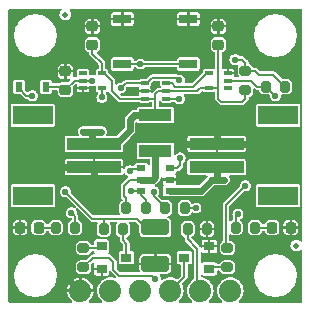
<source format=gtl>
%TF.GenerationSoftware,KiCad,Pcbnew,8.0.5*%
%TF.CreationDate,2024-09-30T10:49:06+01:00*%
%TF.ProjectId,Soft_Power_Switch,536f6674-5f50-46f7-9765-725f53776974,v01*%
%TF.SameCoordinates,Original*%
%TF.FileFunction,Copper,L1,Top*%
%TF.FilePolarity,Positive*%
%FSLAX46Y46*%
G04 Gerber Fmt 4.6, Leading zero omitted, Abs format (unit mm)*
G04 Created by KiCad (PCBNEW 8.0.5) date 2024-09-30 10:49:06*
%MOMM*%
%LPD*%
G01*
G04 APERTURE LIST*
G04 Aperture macros list*
%AMRoundRect*
0 Rectangle with rounded corners*
0 $1 Rounding radius*
0 $2 $3 $4 $5 $6 $7 $8 $9 X,Y pos of 4 corners*
0 Add a 4 corners polygon primitive as box body*
4,1,4,$2,$3,$4,$5,$6,$7,$8,$9,$2,$3,0*
0 Add four circle primitives for the rounded corners*
1,1,$1+$1,$2,$3*
1,1,$1+$1,$4,$5*
1,1,$1+$1,$6,$7*
1,1,$1+$1,$8,$9*
0 Add four rect primitives between the rounded corners*
20,1,$1+$1,$2,$3,$4,$5,0*
20,1,$1+$1,$4,$5,$6,$7,0*
20,1,$1+$1,$6,$7,$8,$9,0*
20,1,$1+$1,$8,$9,$2,$3,0*%
G04 Aperture macros list end*
%TA.AperFunction,SMDPad,CuDef*%
%ADD10R,1.524000X0.762000*%
%TD*%
%TA.AperFunction,SMDPad,CuDef*%
%ADD11RoundRect,0.218750X0.218750X0.256250X-0.218750X0.256250X-0.218750X-0.256250X0.218750X-0.256250X0*%
%TD*%
%TA.AperFunction,SMDPad,CuDef*%
%ADD12RoundRect,0.218750X-0.218750X-0.256250X0.218750X-0.256250X0.218750X0.256250X-0.218750X0.256250X0*%
%TD*%
%TA.AperFunction,SMDPad,CuDef*%
%ADD13RoundRect,0.250000X-0.925000X0.412500X-0.925000X-0.412500X0.925000X-0.412500X0.925000X0.412500X0*%
%TD*%
%TA.AperFunction,SMDPad,CuDef*%
%ADD14R,0.800000X0.550000*%
%TD*%
%TA.AperFunction,SMDPad,CuDef*%
%ADD15R,0.700000X0.300000*%
%TD*%
%TA.AperFunction,ComponentPad*%
%ADD16C,1.879600*%
%TD*%
%TA.AperFunction,SMDPad,CuDef*%
%ADD17RoundRect,0.200000X-0.275000X0.200000X-0.275000X-0.200000X0.275000X-0.200000X0.275000X0.200000X0*%
%TD*%
%TA.AperFunction,SMDPad,CuDef*%
%ADD18RoundRect,0.200000X-0.200000X-0.275000X0.200000X-0.275000X0.200000X0.275000X-0.200000X0.275000X0*%
%TD*%
%TA.AperFunction,SMDPad,CuDef*%
%ADD19RoundRect,0.200000X0.275000X-0.200000X0.275000X0.200000X-0.275000X0.200000X-0.275000X-0.200000X0*%
%TD*%
%TA.AperFunction,SMDPad,CuDef*%
%ADD20C,0.500000*%
%TD*%
%TA.AperFunction,SMDPad,CuDef*%
%ADD21R,0.900000X0.800000*%
%TD*%
%TA.AperFunction,SMDPad,CuDef*%
%ADD22R,4.600000X1.000000*%
%TD*%
%TA.AperFunction,SMDPad,CuDef*%
%ADD23R,3.400000X1.600000*%
%TD*%
%TA.AperFunction,SMDPad,CuDef*%
%ADD24RoundRect,0.200000X0.200000X0.275000X-0.200000X0.275000X-0.200000X-0.275000X0.200000X-0.275000X0*%
%TD*%
%TA.AperFunction,SMDPad,CuDef*%
%ADD25RoundRect,0.225000X0.250000X-0.225000X0.250000X0.225000X-0.250000X0.225000X-0.250000X-0.225000X0*%
%TD*%
%TA.AperFunction,SMDPad,CuDef*%
%ADD26R,0.660000X0.300000*%
%TD*%
%TA.AperFunction,SMDPad,CuDef*%
%ADD27R,0.630000X0.830000*%
%TD*%
%TA.AperFunction,SMDPad,CuDef*%
%ADD28R,2.800000X1.000000*%
%TD*%
%TA.AperFunction,ViaPad*%
%ADD29C,0.560000*%
%TD*%
%TA.AperFunction,Conductor*%
%ADD30C,0.558800*%
%TD*%
%TA.AperFunction,Conductor*%
%ADD31C,0.177800*%
%TD*%
G04 APERTURE END LIST*
D10*
%TO.P,SW1,1,1*%
%TO.N,GND*%
X9906000Y24257000D03*
X15494000Y24257000D03*
%TO.P,SW1,2,2*%
%TO.N,BTN*%
X9906000Y20447000D03*
X15494000Y20447000D03*
%TD*%
D11*
%TO.P,D3,1,K*%
%TO.N,GND*%
X24155500Y6604000D03*
%TO.P,D3,2,A*%
%TO.N,Net-(D3-A)*%
X22580500Y6604000D03*
%TD*%
D12*
%TO.P,D2,1,K*%
%TO.N,GND*%
X1244500Y6604000D03*
%TO.P,D2,2,A*%
%TO.N,Net-(D2-A)*%
X2819500Y6604000D03*
%TD*%
D13*
%TO.P,C2,1*%
%TO.N,Net-(C2-Pad1)*%
X12700000Y6617500D03*
%TO.P,C2,2*%
%TO.N,GND*%
X12700000Y3542500D03*
%TD*%
D14*
%TO.P,Q3,1,G*%
%TO.N,Net-(Q3A-G)*%
X11500000Y11618000D03*
%TO.P,Q3,2,1*%
%TO.N,Net-(Q3B-1)*%
X11500000Y10668000D03*
%TO.P,Q3,3,G*%
%TO.N,Net-(Q3A-D)*%
X11500000Y9718000D03*
%TO.P,Q3,4,D*%
%TO.N,VOUT*%
X13900000Y9718000D03*
%TO.P,Q3,5,S*%
%TO.N,GND*%
X13900000Y10668000D03*
%TO.P,Q3,6,D*%
%TO.N,Net-(Q3A-D)*%
X13900000Y11618000D03*
%TD*%
D15*
%TO.P,U2,1*%
%TO.N,N/C*%
X6566000Y19700000D03*
%TO.P,U2,2*%
%TO.N,BTN*%
X6566000Y19050000D03*
%TO.P,U2,3,GND*%
%TO.N,GND*%
X6566000Y18400000D03*
%TO.P,U2,4*%
%TO.N,Net-(U4-CLK)*%
X8166000Y18400000D03*
%TO.P,U2,5,VCC*%
%TO.N,VIN*%
X8166000Y19700000D03*
%TD*%
D16*
%TO.P,J3,1,Pin_1*%
%TO.N,VOUT*%
X19050000Y1270000D03*
%TO.P,J3,2,Pin_2*%
%TO.N,OFF*%
X16510000Y1270000D03*
%TO.P,J3,3,Pin_3*%
%TO.N,PUSH*%
X13970000Y1270000D03*
%TO.P,J3,4,Pin_4*%
%TO.N,BTN*%
X11430000Y1270000D03*
%TO.P,J3,5,Pin_5*%
%TO.N,VIN*%
X8890000Y1270000D03*
%TO.P,J3,6,Pin_6*%
%TO.N,GND*%
X6350000Y1270000D03*
%TD*%
D17*
%TO.P,R8,1*%
%TO.N,Net-(U4-CLK)*%
X18796000Y4889000D03*
%TO.P,R8,2*%
%TO.N,Net-(Q2-G)*%
X18796000Y3239000D03*
%TD*%
D18*
%TO.P,R4,1*%
%TO.N,Net-(JP2-A)*%
X19495000Y6604000D03*
%TO.P,R4,2*%
%TO.N,Net-(D3-A)*%
X21145000Y6604000D03*
%TD*%
D19*
%TO.P,R1,1*%
%TO.N,VIN*%
X20320000Y18225000D03*
%TO.P,R1,2*%
%TO.N,BTN*%
X20320000Y19875000D03*
%TD*%
D20*
%TO.P,FID4,*%
%TO.N,*%
X24638000Y5080000D03*
%TD*%
D21*
%TO.P,Q1,1,G*%
%TO.N,Net-(Q1-G)*%
X8144000Y5014000D03*
%TO.P,Q1,2,S*%
%TO.N,GND*%
X8144000Y3114000D03*
%TO.P,Q1,3,D*%
%TO.N,Net-(Q1-D)*%
X10244000Y4064000D03*
%TD*%
D20*
%TO.P,FID1,*%
%TO.N,*%
X5080000Y24638000D03*
%TD*%
D17*
%TO.P,R6,1*%
%TO.N,Net-(Q1-G)*%
X6604000Y4889000D03*
%TO.P,R6,2*%
%TO.N,OFF*%
X6604000Y3239000D03*
%TD*%
D22*
%TO.P,J2,1,-*%
%TO.N,GND*%
X17890000Y13700000D03*
%TO.P,J2,2,+*%
%TO.N,VOUT*%
X17890000Y11700000D03*
D23*
%TO.P,J2,NC1,NC1*%
%TO.N,unconnected-(J2-PadNC1)*%
X23090000Y16100000D03*
%TO.P,J2,NC2,NC2*%
%TO.N,unconnected-(J2-PadNC2)*%
X23090000Y9300000D03*
%TD*%
D24*
%TO.P,R3,1*%
%TO.N,Net-(JP1-A)*%
X5905000Y6604000D03*
%TO.P,R3,2*%
%TO.N,Net-(D2-A)*%
X4255000Y6604000D03*
%TD*%
D25*
%TO.P,C4,1*%
%TO.N,VIN*%
X18034000Y22085000D03*
%TO.P,C4,2*%
%TO.N,GND*%
X18034000Y23635000D03*
%TD*%
D18*
%TO.P,R5,1*%
%TO.N,Net-(C2-Pad1)*%
X8319000Y6477000D03*
%TO.P,R5,2*%
%TO.N,Net-(Q1-D)*%
X9969000Y6477000D03*
%TD*%
D25*
%TO.P,C3,1*%
%TO.N,VIN*%
X7366000Y22085000D03*
%TO.P,C3,2*%
%TO.N,GND*%
X7366000Y23635000D03*
%TD*%
D26*
%TO.P,U4,1,CLK*%
%TO.N,Net-(U4-CLK)*%
X11780000Y18811000D03*
%TO.P,U4,2,GND*%
%TO.N,GND*%
X11780000Y18161000D03*
%TO.P,U4,3,D*%
%TO.N,VIN*%
X11780000Y17511000D03*
%TO.P,U4,4,Q*%
%TO.N,EN*%
X13620000Y17511000D03*
%TO.P,U4,5,VCC*%
%TO.N,VIN*%
X13620000Y18161000D03*
%TO.P,U4,6,~{CLR}*%
%TO.N,Net-(U4-~{CLR})*%
X13620000Y18811000D03*
%TD*%
D27*
%TO.P,D1,A,A*%
%TO.N,BTN*%
X3436000Y18542000D03*
%TO.P,D1,C,C*%
%TO.N,Net-(C2-Pad1)*%
X1136000Y18542000D03*
%TD*%
D18*
%TO.P,R7,1*%
%TO.N,OFF*%
X15431000Y6477000D03*
%TO.P,R7,2*%
%TO.N,GND*%
X17081000Y6477000D03*
%TD*%
D15*
%TO.P,U3,1*%
%TO.N,N/C*%
X18834000Y18400000D03*
%TO.P,U3,2*%
%TO.N,Net-(C2-Pad1)*%
X18834000Y19050000D03*
%TO.P,U3,3,GND*%
%TO.N,GND*%
X18834000Y19700000D03*
%TO.P,U3,4*%
%TO.N,Net-(U4-~{CLR})*%
X17234000Y19700000D03*
%TO.P,U3,5,VCC*%
%TO.N,VIN*%
X17234000Y18400000D03*
%TD*%
D18*
%TO.P,R2,1*%
%TO.N,Net-(C2-Pad1)*%
X22035000Y18542000D03*
%TO.P,R2,2*%
%TO.N,BTN*%
X23685000Y18542000D03*
%TD*%
D22*
%TO.P,J1,1,-*%
%TO.N,GND*%
X7510000Y11700000D03*
%TO.P,J1,2,+*%
%TO.N,VIN*%
X7510000Y13700000D03*
D23*
%TO.P,J1,NC1,NC1*%
%TO.N,unconnected-(J1-PadNC1)*%
X2310000Y9300000D03*
%TO.P,J1,NC2,NC2*%
%TO.N,unconnected-(J1-PadNC2)*%
X2310000Y16100000D03*
%TD*%
D18*
%TO.P,R9,1*%
%TO.N,Net-(Q3A-G)*%
X13526000Y8255000D03*
%TO.P,R9,2*%
%TO.N,EN*%
X15176000Y8255000D03*
%TD*%
D25*
%TO.P,C1,1*%
%TO.N,BTN*%
X5080000Y18275000D03*
%TO.P,C1,2*%
%TO.N,GND*%
X5080000Y19825000D03*
%TD*%
D24*
%TO.P,R10,1*%
%TO.N,Net-(Q3A-D)*%
X11874000Y8255000D03*
%TO.P,R10,2*%
%TO.N,Net-(Q3B-1)*%
X10224000Y8255000D03*
%TD*%
D28*
%TO.P,F1,1*%
%TO.N,Net-(Q3B-1)*%
X12700000Y13105000D03*
%TO.P,F1,2*%
%TO.N,VIN*%
X12700000Y16105000D03*
%TD*%
D21*
%TO.P,Q2,1,G*%
%TO.N,Net-(Q2-G)*%
X17256000Y3114000D03*
%TO.P,Q2,2,S*%
%TO.N,GND*%
X17256000Y5014000D03*
%TO.P,Q2,3,D*%
%TO.N,PUSH*%
X15156000Y4064000D03*
%TD*%
D29*
%TO.N,GND*%
X15138400Y10464800D03*
X12700000Y22987000D03*
X5080000Y20828000D03*
X18669000Y20447000D03*
X812800Y7874000D03*
X17145000Y7620000D03*
X22860000Y12700000D03*
X10414000Y12700000D03*
X10287000Y16891000D03*
X18034000Y24638000D03*
X19939000Y4064000D03*
X6604000Y17653000D03*
X12700000Y4699000D03*
X2540000Y12700000D03*
X6096000Y10668000D03*
X10668000Y18161000D03*
X24333200Y7772400D03*
X16764000Y14732000D03*
X5080000Y2540000D03*
X7366000Y24638000D03*
X5080000Y15494000D03*
X19050000Y14732000D03*
X8890000Y10668000D03*
X14732000Y14732000D03*
%TO.N,BTN*%
X11430000Y20447000D03*
X19431000Y20828000D03*
X7366000Y19050000D03*
%TO.N,Net-(C2-Pad1)*%
X5080000Y9652000D03*
X22860000Y17780000D03*
X2286000Y17780000D03*
%TO.N,VOUT*%
X18542000Y10668000D03*
X17526000Y10668000D03*
%TO.N,Net-(JP1-A)*%
X5588000Y7874000D03*
%TO.N,Net-(JP2-A)*%
X19685000Y7747000D03*
%TO.N,Net-(U4-CLK)*%
X14732000Y19063300D03*
X9765700Y18415000D03*
X20320000Y10160000D03*
X8166000Y17615000D03*
%TO.N,OFF*%
X12700000Y2286000D03*
%TO.N,VIN*%
X6604000Y14732000D03*
X8128000Y14732000D03*
%TO.N,Net-(Q3A-G)*%
X10541000Y11430000D03*
X12573000Y9652000D03*
%TO.N,Net-(Q3A-D)*%
X14793500Y12511500D03*
X10604500Y9715500D03*
%TO.N,EN*%
X14732000Y17526000D03*
X16129000Y8255000D03*
%TD*%
D30*
%TO.N,GND*%
X7510000Y10778000D02*
X7620000Y10668000D01*
X17890000Y13700000D02*
X17890000Y14622000D01*
X3540000Y11700000D02*
X2540000Y12700000D01*
X17890000Y13700000D02*
X21860000Y13700000D01*
X16764000Y14732000D02*
X17780000Y14732000D01*
X15002000Y13700000D02*
X14732000Y13970000D01*
X14732000Y13970000D02*
X14732000Y14732000D01*
X7510000Y11700000D02*
X3540000Y11700000D01*
X17780000Y14732000D02*
X19050000Y14732000D01*
X21860000Y13700000D02*
X22860000Y12700000D01*
X6096000Y10668000D02*
X7620000Y10668000D01*
X7510000Y11700000D02*
X7510000Y10778000D01*
X17890000Y13700000D02*
X15002000Y13700000D01*
X17890000Y14622000D02*
X17780000Y14732000D01*
X7620000Y10668000D02*
X8890000Y10668000D01*
X6350000Y1270000D02*
X5080000Y2540000D01*
D31*
%TO.N,BTN*%
X5080000Y18275000D02*
X5855000Y19050000D01*
X5855000Y19050000D02*
X6566000Y19050000D01*
X19431000Y20828000D02*
X20066000Y20828000D01*
X15494000Y20447000D02*
X11430000Y20447000D01*
X20320000Y20574000D02*
X20320000Y19875000D01*
X23685000Y18542000D02*
X22669000Y19558000D01*
X3436000Y18542000D02*
X4813000Y18542000D01*
X21146000Y19875000D02*
X20320000Y19875000D01*
X4813000Y18542000D02*
X5080000Y18275000D01*
X21463000Y19558000D02*
X21146000Y19875000D01*
X20066000Y20828000D02*
X20320000Y20574000D01*
X6566000Y19050000D02*
X7366000Y19050000D01*
X22669000Y19558000D02*
X21463000Y19558000D01*
X11430000Y20447000D02*
X9906000Y20447000D01*
%TO.N,Net-(C2-Pad1)*%
X2286000Y17780000D02*
X1774500Y17780000D01*
X22860000Y17780000D02*
X22797000Y17780000D01*
X1136000Y18418500D02*
X1136000Y18542000D01*
X8319000Y7302000D02*
X8255000Y7366000D01*
X11987000Y6555000D02*
X11176000Y7366000D01*
X8319000Y6477000D02*
X8319000Y7302000D01*
X7366000Y7366000D02*
X5080000Y9652000D01*
X8255000Y7366000D02*
X7366000Y7366000D01*
X12700000Y6555000D02*
X11987000Y6555000D01*
X18834000Y19050000D02*
X20828000Y19050000D01*
X20828000Y19050000D02*
X21336000Y18542000D01*
X22797000Y17780000D02*
X22035000Y18542000D01*
X5080000Y9652000D02*
X5144000Y9652000D01*
X1774500Y17780000D02*
X1136000Y18418500D01*
X21336000Y18542000D02*
X22035000Y18542000D01*
X11176000Y7366000D02*
X8255000Y7366000D01*
%TO.N,Net-(D2-A)*%
X2819500Y6604000D02*
X4255000Y6604000D01*
%TO.N,Net-(D3-A)*%
X22580500Y6604000D02*
X21145000Y6604000D01*
D30*
%TO.N,VOUT*%
X17526000Y10668000D02*
X17890000Y10668000D01*
X17890000Y10668000D02*
X17890000Y11700000D01*
X17526000Y10668000D02*
X16576000Y9718000D01*
X18542000Y10668000D02*
X17890000Y10668000D01*
X16576000Y9718000D02*
X13900000Y9718000D01*
D31*
%TO.N,Net-(JP1-A)*%
X5588000Y7874000D02*
X5905000Y7557000D01*
X5905000Y7557000D02*
X5905000Y6604000D01*
%TO.N,Net-(JP2-A)*%
X19685000Y7747000D02*
X19495000Y7557000D01*
X19495000Y7557000D02*
X19495000Y6604000D01*
%TO.N,Net-(Q1-G)*%
X8019000Y4889000D02*
X8144000Y5014000D01*
X6604000Y4889000D02*
X8019000Y4889000D01*
%TO.N,Net-(Q1-D)*%
X9969000Y6477000D02*
X9969000Y5525000D01*
X9969000Y5525000D02*
X10244000Y5250000D01*
X10244000Y5250000D02*
X10244000Y4064000D01*
%TO.N,Net-(U4-CLK)*%
X18669000Y5016000D02*
X18669000Y8509000D01*
X11953000Y18811000D02*
X11780000Y18811000D01*
X18669000Y8509000D02*
X20320000Y10160000D01*
X12446000Y19304000D02*
X11953000Y18811000D01*
X10175000Y18811000D02*
X9779000Y18415000D01*
X14732000Y19063300D02*
X14491300Y19304000D01*
X11780000Y18811000D02*
X10175000Y18811000D01*
X8166000Y17615000D02*
X8166000Y18400000D01*
X9779000Y18415000D02*
X9765700Y18415000D01*
X18796000Y4889000D02*
X18669000Y5016000D01*
X14491300Y19304000D02*
X12446000Y19304000D01*
%TO.N,Net-(U4-~{CLR})*%
X13620000Y18811000D02*
X14082000Y18811000D01*
X17033000Y19700000D02*
X17234000Y19700000D01*
X14082000Y18811000D02*
X14351000Y18542000D01*
X14351000Y18542000D02*
X15875000Y18542000D01*
X15875000Y18542000D02*
X17033000Y19700000D01*
D30*
%TO.N,Net-(Q3B-1)*%
X12700000Y10909200D02*
X12458800Y10668000D01*
X12700000Y13105000D02*
X12700000Y10909200D01*
D31*
X10541000Y10668000D02*
X10033000Y10160000D01*
D30*
X12458800Y10668000D02*
X11500000Y10668000D01*
D31*
X10033000Y9271000D02*
X10224000Y9080000D01*
X10224000Y9080000D02*
X10224000Y8255000D01*
X11500000Y10668000D02*
X10541000Y10668000D01*
X10033000Y10160000D02*
X10033000Y9271000D01*
%TO.N,Net-(Q2-G)*%
X18796000Y3239000D02*
X17381000Y3239000D01*
X17381000Y3239000D02*
X17256000Y3114000D01*
%TO.N,OFF*%
X9144000Y3048000D02*
X9144000Y3683000D01*
X8763000Y4064000D02*
X7429000Y4064000D01*
X16256000Y4826000D02*
X15431000Y5651000D01*
X16256000Y1905000D02*
X16256000Y4826000D01*
X16510000Y1270000D02*
X16510000Y1651000D01*
X15431000Y5651000D02*
X15431000Y6477000D01*
X7429000Y4064000D02*
X6604000Y3239000D01*
X9144000Y3683000D02*
X8763000Y4064000D01*
X12446000Y2540000D02*
X9652000Y2540000D01*
X16510000Y1651000D02*
X16256000Y1905000D01*
X12700000Y2286000D02*
X12446000Y2540000D01*
X9652000Y2540000D02*
X9144000Y3048000D01*
%TO.N,VIN*%
X18034000Y17526000D02*
X18034000Y18288000D01*
X16495000Y18400000D02*
X17234000Y18400000D01*
D30*
X7366000Y14732000D02*
X7366000Y13844000D01*
D31*
X11780000Y17511000D02*
X9667000Y17511000D01*
D30*
X7366000Y13844000D02*
X7510000Y13700000D01*
D31*
X12954000Y18161000D02*
X13620000Y18161000D01*
X13620000Y18161000D02*
X16256000Y18161000D01*
X18288000Y17272000D02*
X18034000Y17526000D01*
X20066000Y17272000D02*
X18288000Y17272000D01*
X9667000Y17511000D02*
X9017000Y18161000D01*
X20320000Y18225000D02*
X20320000Y17526000D01*
D30*
X6604000Y14732000D02*
X7366000Y14732000D01*
D31*
X9017000Y19050000D02*
X8367000Y19700000D01*
D30*
X10898000Y16105000D02*
X12700000Y16105000D01*
D31*
X8166000Y20536000D02*
X8166000Y19700000D01*
X8367000Y19700000D02*
X8166000Y19700000D01*
X18019000Y18400000D02*
X18034000Y18415000D01*
D30*
X7510000Y13700000D02*
X9382000Y13700000D01*
X9382000Y13700000D02*
X10541000Y14859000D01*
D31*
X18034000Y18288000D02*
X18034000Y18415000D01*
X11795000Y17526000D02*
X12700000Y17526000D01*
X11780000Y17511000D02*
X11795000Y17526000D01*
X9017000Y18161000D02*
X9017000Y19050000D01*
X12700000Y17907000D02*
X12954000Y18161000D01*
X7366000Y22085000D02*
X7366000Y21336000D01*
D30*
X10541000Y15748000D02*
X10898000Y16105000D01*
D31*
X12700000Y16105000D02*
X12700000Y17907000D01*
X20320000Y17526000D02*
X20066000Y17272000D01*
X17234000Y18400000D02*
X18019000Y18400000D01*
D30*
X10541000Y14859000D02*
X10541000Y15748000D01*
D31*
X18034000Y18415000D02*
X18034000Y22085000D01*
D30*
X7366000Y14732000D02*
X8128000Y14732000D01*
D31*
X7366000Y21336000D02*
X8166000Y20536000D01*
X16256000Y18161000D02*
X16495000Y18400000D01*
%TO.N,PUSH*%
X15156000Y2456000D02*
X15156000Y4064000D01*
X13970000Y1270000D02*
X15156000Y2456000D01*
%TO.N,Net-(Q3A-G)*%
X13526000Y8318000D02*
X13526000Y8255000D01*
X12573000Y9271000D02*
X13526000Y8318000D01*
X10541000Y11430000D02*
X10668000Y11557000D01*
X12573000Y9652000D02*
X12573000Y9271000D01*
X10668000Y11557000D02*
X11439000Y11557000D01*
X11439000Y11557000D02*
X11500000Y11618000D01*
%TO.N,Net-(Q3A-D)*%
X11500000Y9328000D02*
X11874000Y8954000D01*
X11497500Y9715500D02*
X11500000Y9718000D01*
X14793500Y11872500D02*
X14539000Y11618000D01*
X14793500Y12511500D02*
X14793500Y11872500D01*
X10604500Y9715500D02*
X11497500Y9715500D01*
X11874000Y8954000D02*
X11874000Y8255000D01*
X11500000Y9718000D02*
X11500000Y9328000D01*
X14539000Y11618000D02*
X13900000Y11618000D01*
%TO.N,EN*%
X13985000Y17511000D02*
X13620000Y17511000D01*
X15176000Y8255000D02*
X16129000Y8255000D01*
X14732000Y17526000D02*
X14000000Y17526000D01*
X14000000Y17526000D02*
X13985000Y17511000D01*
%TD*%
%TA.AperFunction,Conductor*%
%TO.N,GND*%
G36*
X13080301Y19016235D02*
G01*
X13110365Y18964164D01*
X13111700Y18948900D01*
X13111700Y18643437D01*
X13111701Y18643435D01*
X13122043Y18591435D01*
X13122045Y18591431D01*
X13139749Y18564934D01*
X13154040Y18506530D01*
X13127447Y18452604D01*
X13072411Y18428388D01*
X13066663Y18428200D01*
X13007149Y18428200D01*
X12900851Y18428200D01*
X12868976Y18414997D01*
X12802644Y18387522D01*
X12548643Y18133521D01*
X12548642Y18133522D01*
X12473480Y18058359D01*
X12473478Y18058357D01*
X12456909Y18018353D01*
X12416288Y17974023D01*
X12356675Y17966175D01*
X12305964Y17998481D01*
X12287800Y18051991D01*
X12287800Y18072099D01*
X12287799Y18072100D01*
X11272202Y18072100D01*
X11272201Y18072099D01*
X11272201Y17993492D01*
X11282516Y17941625D01*
X11300350Y17914936D01*
X11314643Y17856533D01*
X11288050Y17802606D01*
X11233016Y17778388D01*
X11227265Y17778200D01*
X9814088Y17778200D01*
X9757587Y17798765D01*
X9751933Y17803945D01*
X9749233Y17806645D01*
X9723822Y17861139D01*
X9739385Y17919217D01*
X9788638Y17953705D01*
X9811388Y17956700D01*
X9831593Y17956700D01*
X9831594Y17956700D01*
X9831596Y17956701D01*
X9831598Y17956701D01*
X9859595Y17964922D01*
X9958043Y17993829D01*
X10068909Y18065078D01*
X10155211Y18164676D01*
X10209958Y18284554D01*
X10212557Y18302632D01*
X10228713Y18414997D01*
X10228713Y18414998D01*
X10228713Y18415000D01*
X10225944Y18434255D01*
X10238256Y18493104D01*
X10250795Y18508918D01*
X10259939Y18518061D01*
X10314436Y18543466D01*
X10322087Y18543800D01*
X11227265Y18543800D01*
X11283766Y18523235D01*
X11313830Y18471164D01*
X11303389Y18411950D01*
X11300350Y18407064D01*
X11282516Y18380376D01*
X11272200Y18328513D01*
X11272200Y18249901D01*
X11272201Y18249900D01*
X12287798Y18249900D01*
X12287799Y18249901D01*
X12287799Y18328509D01*
X12277483Y18380376D01*
X12239838Y18436714D01*
X12225545Y18495118D01*
X12239835Y18534382D01*
X12277955Y18591431D01*
X12288300Y18643439D01*
X12288299Y18732013D01*
X12308863Y18788513D01*
X12314045Y18794168D01*
X12530934Y19011055D01*
X12585427Y19036466D01*
X12593088Y19036800D01*
X13023800Y19036800D01*
X13080301Y19016235D01*
G37*
%TD.AperFunction*%
%TA.AperFunction,Conductor*%
G36*
X4721521Y25124935D02*
G01*
X4751585Y25072864D01*
X4741144Y25013650D01*
X4731451Y25000038D01*
X4654622Y24911372D01*
X4594835Y24780457D01*
X4594833Y24780451D01*
X4574353Y24638004D01*
X4574353Y24637997D01*
X4594833Y24495550D01*
X4594834Y24495545D01*
X4594835Y24495543D01*
X4654623Y24364627D01*
X4748872Y24255857D01*
X4748874Y24255856D01*
X4748875Y24255855D01*
X4851445Y24189937D01*
X4869947Y24178047D01*
X5008039Y24137500D01*
X5008040Y24137500D01*
X5151960Y24137500D01*
X5151961Y24137500D01*
X5290053Y24178047D01*
X5411128Y24255857D01*
X5505377Y24364627D01*
X5565165Y24495543D01*
X5575670Y24568608D01*
X5585647Y24637997D01*
X5585647Y24638004D01*
X5583130Y24655513D01*
X8966200Y24655513D01*
X8966200Y24345901D01*
X8966201Y24345900D01*
X9817099Y24345900D01*
X9817100Y24345901D01*
X9817100Y24815799D01*
X9994900Y24815799D01*
X9994900Y24345901D01*
X9994901Y24345900D01*
X10845798Y24345900D01*
X10845799Y24345901D01*
X10845799Y24655509D01*
X10845798Y24655513D01*
X14554200Y24655513D01*
X14554200Y24345901D01*
X14554201Y24345900D01*
X15405099Y24345900D01*
X15405100Y24345901D01*
X15405100Y24815799D01*
X15582900Y24815799D01*
X15582900Y24345901D01*
X15582901Y24345900D01*
X16433798Y24345900D01*
X16433799Y24345901D01*
X16433799Y24655509D01*
X16423483Y24707376D01*
X16384188Y24766183D01*
X16384182Y24766189D01*
X16325375Y24805484D01*
X16273513Y24815800D01*
X15582901Y24815800D01*
X15582900Y24815799D01*
X15405100Y24815799D01*
X15405099Y24815800D01*
X14714486Y24815800D01*
X14714484Y24815799D01*
X14662628Y24805486D01*
X14662624Y24805484D01*
X14603817Y24766189D01*
X14603811Y24766183D01*
X14564516Y24707376D01*
X14554200Y24655513D01*
X10845798Y24655513D01*
X10835483Y24707376D01*
X10796188Y24766183D01*
X10796182Y24766189D01*
X10737375Y24805484D01*
X10685513Y24815800D01*
X9994901Y24815800D01*
X9994900Y24815799D01*
X9817100Y24815799D01*
X9817099Y24815800D01*
X9126486Y24815800D01*
X9126484Y24815799D01*
X9074628Y24805486D01*
X9074624Y24805484D01*
X9015817Y24766189D01*
X9015811Y24766183D01*
X8976516Y24707376D01*
X8966200Y24655513D01*
X5583130Y24655513D01*
X5565166Y24780451D01*
X5565165Y24780452D01*
X5565165Y24780457D01*
X5505377Y24911373D01*
X5428549Y25000038D01*
X5407091Y25056206D01*
X5426757Y25113026D01*
X5478346Y25143912D01*
X5494980Y25145500D01*
X25057600Y25145500D01*
X25114101Y25124935D01*
X25144165Y25072864D01*
X25145500Y25057600D01*
X25145500Y5494268D01*
X25124935Y5437767D01*
X25072864Y5407703D01*
X25013650Y5418144D01*
X24991170Y5436706D01*
X24969133Y5462138D01*
X24969129Y5462142D01*
X24969128Y5462143D01*
X24969125Y5462145D01*
X24969124Y5462146D01*
X24848054Y5539953D01*
X24848050Y5539954D01*
X24709967Y5580499D01*
X24709961Y5580500D01*
X24566039Y5580500D01*
X24566038Y5580500D01*
X24566032Y5580499D01*
X24427949Y5539954D01*
X24427945Y5539953D01*
X24306875Y5462146D01*
X24306870Y5462142D01*
X24212622Y5353372D01*
X24152835Y5222457D01*
X24152833Y5222451D01*
X24132353Y5080004D01*
X24132353Y5079997D01*
X24152833Y4937550D01*
X24152834Y4937545D01*
X24152835Y4937543D01*
X24212623Y4806627D01*
X24259499Y4752529D01*
X24306867Y4697862D01*
X24306872Y4697857D01*
X24306874Y4697856D01*
X24306875Y4697855D01*
X24409417Y4631955D01*
X24427947Y4620047D01*
X24521608Y4592546D01*
X24565834Y4579560D01*
X24566039Y4579500D01*
X24566040Y4579500D01*
X24709960Y4579500D01*
X24709961Y4579500D01*
X24848053Y4620047D01*
X24969128Y4697857D01*
X24991169Y4723295D01*
X25043710Y4752529D01*
X25102751Y4741151D01*
X25140665Y4694484D01*
X25145500Y4665733D01*
X25145500Y342400D01*
X25124935Y285899D01*
X25072864Y255835D01*
X25057600Y254500D01*
X19822598Y254500D01*
X19766097Y275065D01*
X19736033Y327136D01*
X19746474Y386350D01*
X19763380Y407359D01*
X19787057Y428945D01*
X19879826Y513514D01*
X20004700Y678875D01*
X20097064Y864365D01*
X20153771Y1063670D01*
X20172890Y1270000D01*
X20153771Y1476330D01*
X20136352Y1537550D01*
X20123728Y1581920D01*
X20097064Y1675635D01*
X20004700Y1861125D01*
X19879826Y2026486D01*
X19754265Y2140950D01*
X19726694Y2166085D01*
X19726685Y2166091D01*
X19550517Y2275169D01*
X19550511Y2275172D01*
X19357296Y2350023D01*
X19357284Y2350027D01*
X19153609Y2388100D01*
X19153607Y2388100D01*
X18946393Y2388100D01*
X18946390Y2388100D01*
X18742715Y2350027D01*
X18742703Y2350023D01*
X18549488Y2275172D01*
X18549482Y2275169D01*
X18373314Y2166091D01*
X18373305Y2166085D01*
X18220173Y2026485D01*
X18095302Y1861129D01*
X18095300Y1861126D01*
X18095300Y1861125D01*
X18028763Y1727501D01*
X18002936Y1675634D01*
X18002934Y1675629D01*
X17946229Y1476335D01*
X17946229Y1476334D01*
X17927110Y1270001D01*
X17927110Y1270000D01*
X17946229Y1063667D01*
X17946229Y1063666D01*
X17986619Y921714D01*
X18002936Y864365D01*
X18095300Y678875D01*
X18220174Y513514D01*
X18299441Y441252D01*
X18336620Y407359D01*
X18364520Y354097D01*
X18351657Y295362D01*
X18304049Y258636D01*
X18277402Y254500D01*
X17282598Y254500D01*
X17226097Y275065D01*
X17196033Y327136D01*
X17206474Y386350D01*
X17223380Y407359D01*
X17247057Y428945D01*
X17339826Y513514D01*
X17464700Y678875D01*
X17557064Y864365D01*
X17613771Y1063670D01*
X17632890Y1270000D01*
X17613771Y1476330D01*
X17596352Y1537550D01*
X17583728Y1581920D01*
X17557064Y1675635D01*
X17464700Y1861125D01*
X17339826Y2026486D01*
X17214265Y2140950D01*
X17186694Y2166085D01*
X17186685Y2166091D01*
X17010517Y2275169D01*
X17010511Y2275172D01*
X16817296Y2350023D01*
X16817284Y2350027D01*
X16613609Y2388100D01*
X16613607Y2388100D01*
X16611100Y2388100D01*
X16610243Y2388412D01*
X16609560Y2388475D01*
X16609576Y2388655D01*
X16554599Y2408665D01*
X16524535Y2460736D01*
X16523200Y2476000D01*
X16523200Y2527497D01*
X16543765Y2583998D01*
X16595836Y2614062D01*
X16655050Y2603621D01*
X16673255Y2589652D01*
X16677450Y2585457D01*
X16677453Y2585453D01*
X16736431Y2546045D01*
X16788439Y2535700D01*
X17723560Y2535701D01*
X17723563Y2535701D01*
X17723565Y2535702D01*
X17775565Y2546044D01*
X17775566Y2546044D01*
X17775566Y2546045D01*
X17775569Y2546045D01*
X17834547Y2585453D01*
X17873955Y2644431D01*
X17876657Y2658013D01*
X21059500Y2658013D01*
X21059500Y2421988D01*
X21090307Y2187986D01*
X21090310Y2187974D01*
X21131118Y2035676D01*
X21151394Y1960007D01*
X21161306Y1936078D01*
X21241713Y1741957D01*
X21241714Y1741955D01*
X21241716Y1741951D01*
X21320390Y1605684D01*
X21359728Y1537548D01*
X21406769Y1476243D01*
X21503408Y1350301D01*
X21670301Y1183408D01*
X21670304Y1183406D01*
X21826350Y1063667D01*
X21857550Y1039727D01*
X22061951Y921716D01*
X22280007Y831394D01*
X22507986Y770307D01*
X22687541Y746669D01*
X22741987Y739500D01*
X22741989Y739500D01*
X22978013Y739500D01*
X23026784Y745922D01*
X23212014Y770307D01*
X23439993Y831394D01*
X23658049Y921716D01*
X23862450Y1039727D01*
X24049699Y1183408D01*
X24216592Y1350301D01*
X24360273Y1537550D01*
X24478284Y1741951D01*
X24568606Y1960007D01*
X24629693Y2187986D01*
X24658746Y2408665D01*
X24660500Y2421988D01*
X24660500Y2658013D01*
X24646214Y2766521D01*
X24629693Y2892014D01*
X24568606Y3119993D01*
X24478284Y3338049D01*
X24360273Y3542450D01*
X24355677Y3548439D01*
X24268646Y3661861D01*
X24216592Y3729699D01*
X24049699Y3896592D01*
X24028208Y3913082D01*
X23862452Y4040272D01*
X23660004Y4157155D01*
X23658049Y4158284D01*
X23658047Y4158285D01*
X23658045Y4158286D01*
X23658043Y4158287D01*
X23556059Y4200530D01*
X23439993Y4248606D01*
X23439986Y4248608D01*
X23212026Y4309690D01*
X23212014Y4309693D01*
X22978013Y4340500D01*
X22978011Y4340500D01*
X22741989Y4340500D01*
X22741987Y4340500D01*
X22507985Y4309693D01*
X22507973Y4309690D01*
X22280013Y4248608D01*
X22280009Y4248607D01*
X22280007Y4248606D01*
X22280005Y4248605D01*
X22061956Y4158287D01*
X22061954Y4158286D01*
X21857547Y4040272D01*
X21670304Y3896595D01*
X21503405Y3729696D01*
X21359728Y3542453D01*
X21241714Y3338046D01*
X21241713Y3338044D01*
X21185735Y3202900D01*
X21155649Y3130264D01*
X21151395Y3119995D01*
X21151392Y3119987D01*
X21090310Y2892027D01*
X21090307Y2892015D01*
X21059500Y2658013D01*
X17876657Y2658013D01*
X17884300Y2696439D01*
X17884300Y2883900D01*
X17904865Y2940401D01*
X17956936Y2970465D01*
X17972200Y2971800D01*
X18077896Y2971800D01*
X18134397Y2951235D01*
X18156863Y2922507D01*
X18183284Y2868462D01*
X18208862Y2816142D01*
X18208863Y2816141D01*
X18208864Y2816139D01*
X18298139Y2726864D01*
X18298140Y2726864D01*
X18298142Y2726862D01*
X18398942Y2677584D01*
X18411565Y2671413D01*
X18485096Y2660700D01*
X18485100Y2660700D01*
X19106899Y2660700D01*
X19106904Y2660700D01*
X19180435Y2671413D01*
X19293861Y2726864D01*
X19383136Y2816139D01*
X19438587Y2929565D01*
X19449300Y3003096D01*
X19449300Y3474904D01*
X19438587Y3548435D01*
X19424646Y3576951D01*
X19383138Y3661858D01*
X19383136Y3661860D01*
X19383136Y3661861D01*
X19293861Y3751136D01*
X19293859Y3751137D01*
X19293857Y3751139D01*
X19180440Y3806585D01*
X19180438Y3806586D01*
X19180436Y3806587D01*
X19180435Y3806587D01*
X19106904Y3817300D01*
X18485096Y3817300D01*
X18411565Y3806587D01*
X18411563Y3806587D01*
X18411561Y3806586D01*
X18411559Y3806585D01*
X18298142Y3751139D01*
X18208862Y3661859D01*
X18184946Y3612937D01*
X18156863Y3555494D01*
X18113575Y3513767D01*
X18077896Y3506200D01*
X17961483Y3506200D01*
X17904982Y3526765D01*
X17875272Y3576951D01*
X17873955Y3583568D01*
X17873955Y3583569D01*
X17834547Y3642547D01*
X17775569Y3681955D01*
X17723561Y3692300D01*
X17723559Y3692300D01*
X16788436Y3692300D01*
X16788434Y3692299D01*
X16736434Y3681957D01*
X16736433Y3681957D01*
X16677454Y3642548D01*
X16673255Y3638348D01*
X16618761Y3612937D01*
X16560683Y3628500D01*
X16526195Y3677753D01*
X16523200Y3700503D01*
X16523200Y4428219D01*
X16543765Y4484720D01*
X16595836Y4514784D01*
X16655050Y4504343D01*
X16673255Y4490374D01*
X16677817Y4485812D01*
X16736624Y4446517D01*
X16788486Y4436201D01*
X17167100Y4436201D01*
X17167100Y4925099D01*
X17344900Y4925099D01*
X17344900Y4436202D01*
X17344901Y4436201D01*
X17723509Y4436201D01*
X17775375Y4446517D01*
X17834182Y4485812D01*
X17834188Y4485818D01*
X17873483Y4544625D01*
X17883800Y4596488D01*
X17883800Y4925099D01*
X17883799Y4925100D01*
X17344901Y4925100D01*
X17344900Y4925099D01*
X17167100Y4925099D01*
X17167099Y4925100D01*
X16622118Y4925100D01*
X16579020Y4905004D01*
X16520942Y4920568D01*
X16490153Y4958932D01*
X16482521Y4977357D01*
X16482519Y4977359D01*
X16407357Y5052522D01*
X16407357Y5052521D01*
X16028365Y5431513D01*
X16628200Y5431513D01*
X16628200Y5102901D01*
X16628201Y5102900D01*
X17167099Y5102900D01*
X17167100Y5102901D01*
X17167100Y5591799D01*
X17344900Y5591799D01*
X17344900Y5102901D01*
X17344901Y5102900D01*
X17883798Y5102900D01*
X17883799Y5102901D01*
X17883799Y5124904D01*
X18142700Y5124904D01*
X18142700Y4653096D01*
X18153413Y4579565D01*
X18153413Y4579564D01*
X18153414Y4579562D01*
X18153415Y4579560D01*
X18208861Y4466143D01*
X18208863Y4466141D01*
X18208864Y4466139D01*
X18298139Y4376864D01*
X18298140Y4376864D01*
X18298142Y4376862D01*
X18398942Y4327584D01*
X18411565Y4321413D01*
X18485096Y4310700D01*
X18485100Y4310700D01*
X19106899Y4310700D01*
X19106904Y4310700D01*
X19180435Y4321413D01*
X19293861Y4376864D01*
X19383136Y4466139D01*
X19438587Y4579565D01*
X19449300Y4653096D01*
X19449300Y5124904D01*
X19438587Y5198435D01*
X19387396Y5303148D01*
X19383138Y5311858D01*
X19383136Y5311860D01*
X19383136Y5311861D01*
X19293861Y5401136D01*
X19293859Y5401137D01*
X19293857Y5401139D01*
X19180440Y5456585D01*
X19180438Y5456586D01*
X19180436Y5456587D01*
X19180435Y5456587D01*
X19106904Y5467300D01*
X19106900Y5467300D01*
X19024100Y5467300D01*
X18967599Y5487865D01*
X18937535Y5539936D01*
X18936200Y5555200D01*
X18936200Y5943158D01*
X18956765Y5999659D01*
X19008836Y6029723D01*
X19065439Y6019743D01*
X19065596Y6020062D01*
X19066707Y6019519D01*
X19068050Y6019282D01*
X19070761Y6017537D01*
X19149298Y5979143D01*
X19185565Y5961413D01*
X19259096Y5950700D01*
X19259100Y5950700D01*
X19730899Y5950700D01*
X19730904Y5950700D01*
X19804435Y5961413D01*
X19917861Y6016864D01*
X20007136Y6106139D01*
X20062587Y6219565D01*
X20073300Y6293096D01*
X20073300Y6914904D01*
X20566700Y6914904D01*
X20566700Y6293096D01*
X20577413Y6219565D01*
X20577413Y6219564D01*
X20577414Y6219562D01*
X20577415Y6219560D01*
X20632861Y6106143D01*
X20632863Y6106141D01*
X20632864Y6106139D01*
X20722139Y6016864D01*
X20722140Y6016864D01*
X20722142Y6016862D01*
X20799298Y5979143D01*
X20835565Y5961413D01*
X20909096Y5950700D01*
X20909100Y5950700D01*
X21380899Y5950700D01*
X21380904Y5950700D01*
X21454435Y5961413D01*
X21567861Y6016864D01*
X21657136Y6106139D01*
X21712587Y6219565D01*
X21718707Y6261576D01*
X21747204Y6314519D01*
X21803066Y6336761D01*
X21805689Y6336800D01*
X21886412Y6336800D01*
X21942913Y6316235D01*
X21972977Y6264164D01*
X21973230Y6262649D01*
X21979425Y6223528D01*
X21979427Y6223522D01*
X22036523Y6111465D01*
X22036524Y6111464D01*
X22036526Y6111461D01*
X22125461Y6022526D01*
X22125463Y6022525D01*
X22125464Y6022524D01*
X22237524Y5965426D01*
X22248707Y5963655D01*
X22330503Y5950700D01*
X22830496Y5950701D01*
X22923475Y5965426D01*
X23035539Y6022526D01*
X23124474Y6111461D01*
X23181574Y6223525D01*
X23196300Y6316503D01*
X23196300Y6515099D01*
X23540200Y6515099D01*
X23540200Y6316542D01*
X23554906Y6223684D01*
X23611933Y6111761D01*
X23700760Y6022934D01*
X23812683Y5965907D01*
X23812682Y5965907D01*
X23905541Y5951201D01*
X23905542Y5951200D01*
X24066599Y5951200D01*
X24066600Y5951201D01*
X24066600Y6515099D01*
X24244400Y6515099D01*
X24244400Y5951201D01*
X24244401Y5951200D01*
X24405458Y5951200D01*
X24405458Y5951201D01*
X24498316Y5965907D01*
X24610239Y6022934D01*
X24699066Y6111761D01*
X24756093Y6223684D01*
X24770799Y6316542D01*
X24770800Y6316542D01*
X24770800Y6515099D01*
X24770799Y6515100D01*
X24244401Y6515100D01*
X24244400Y6515099D01*
X24066600Y6515099D01*
X24066599Y6515100D01*
X23540201Y6515100D01*
X23540200Y6515099D01*
X23196300Y6515099D01*
X23196299Y6891459D01*
X23540200Y6891459D01*
X23540200Y6692901D01*
X23540201Y6692900D01*
X24066599Y6692900D01*
X24066600Y6692901D01*
X24066600Y7256799D01*
X24244400Y7256799D01*
X24244400Y6692901D01*
X24244401Y6692900D01*
X24770799Y6692900D01*
X24770800Y6692901D01*
X24770800Y6891459D01*
X24756093Y6984317D01*
X24699066Y7096240D01*
X24610239Y7185067D01*
X24498316Y7242094D01*
X24498317Y7242094D01*
X24405459Y7256800D01*
X24244401Y7256800D01*
X24244400Y7256799D01*
X24066600Y7256799D01*
X24066599Y7256800D01*
X23905541Y7256800D01*
X23812683Y7242094D01*
X23700760Y7185067D01*
X23611933Y7096240D01*
X23554906Y6984317D01*
X23540200Y6891459D01*
X23196299Y6891459D01*
X23196299Y6891496D01*
X23181574Y6984475D01*
X23141193Y7063727D01*
X23124476Y7096536D01*
X23124475Y7096537D01*
X23124474Y7096539D01*
X23035539Y7185474D01*
X23035536Y7185476D01*
X23035535Y7185477D01*
X22923475Y7242575D01*
X22852862Y7253758D01*
X22830497Y7257300D01*
X22830495Y7257300D01*
X22330505Y7257300D01*
X22330503Y7257299D01*
X22237527Y7242575D01*
X22237521Y7242573D01*
X22125464Y7185477D01*
X22036523Y7096536D01*
X21979426Y6984476D01*
X21973229Y6945349D01*
X21944079Y6892761D01*
X21887945Y6871213D01*
X21886411Y6871200D01*
X21805689Y6871200D01*
X21749188Y6891765D01*
X21719124Y6943836D01*
X21718707Y6946426D01*
X21712587Y6988435D01*
X21675579Y7064136D01*
X21657138Y7101858D01*
X21657136Y7101860D01*
X21657136Y7101861D01*
X21567861Y7191136D01*
X21567859Y7191137D01*
X21567857Y7191139D01*
X21454440Y7246585D01*
X21454438Y7246586D01*
X21454436Y7246587D01*
X21454435Y7246587D01*
X21380904Y7257300D01*
X20909096Y7257300D01*
X20835565Y7246587D01*
X20835563Y7246587D01*
X20835561Y7246586D01*
X20835559Y7246585D01*
X20722142Y7191139D01*
X20632861Y7101858D01*
X20577415Y6988441D01*
X20577414Y6988439D01*
X20577413Y6988437D01*
X20577413Y6988435D01*
X20566700Y6914904D01*
X20073300Y6914904D01*
X20062587Y6988435D01*
X20025579Y7064136D01*
X20007138Y7101858D01*
X20007136Y7101860D01*
X20007136Y7101861D01*
X19917861Y7191136D01*
X19917859Y7191137D01*
X19917857Y7191139D01*
X19916014Y7192040D01*
X19914729Y7193373D01*
X19911931Y7195371D01*
X19912302Y7195891D01*
X19874287Y7235331D01*
X19870150Y7295316D01*
X19905538Y7343926D01*
X19907072Y7344936D01*
X19988209Y7397078D01*
X20074511Y7496676D01*
X20129258Y7616554D01*
X20130282Y7623676D01*
X20148013Y7746997D01*
X20148013Y7747004D01*
X20129259Y7877440D01*
X20129258Y7877441D01*
X20129258Y7877446D01*
X20074511Y7997324D01*
X20074510Y7997325D01*
X20074510Y7997326D01*
X20031360Y8047123D01*
X19988209Y8096922D01*
X19988206Y8096924D01*
X19988205Y8096925D01*
X19877346Y8168170D01*
X19877343Y8168171D01*
X19852053Y8175597D01*
X19750898Y8205300D01*
X19750894Y8205300D01*
X19619106Y8205300D01*
X19619101Y8205300D01*
X19492657Y8168171D01*
X19492653Y8168170D01*
X19381794Y8096925D01*
X19381789Y8096920D01*
X19295489Y7997326D01*
X19240742Y7877446D01*
X19240740Y7877440D01*
X19221987Y7747004D01*
X19221987Y7746998D01*
X19234658Y7658862D01*
X19228865Y7612722D01*
X19227801Y7610153D01*
X19227800Y7610148D01*
X19227800Y7322105D01*
X19207235Y7265604D01*
X19178506Y7243137D01*
X19065596Y7187938D01*
X19064432Y7190319D01*
X19017235Y7177211D01*
X18962513Y7202126D01*
X18936608Y7256386D01*
X18936200Y7264843D01*
X18936200Y8361913D01*
X18956765Y8418414D01*
X18961934Y8424057D01*
X20213832Y9675956D01*
X20268326Y9701366D01*
X20275987Y9701700D01*
X20385893Y9701700D01*
X20385894Y9701700D01*
X20385896Y9701701D01*
X20385898Y9701701D01*
X20400927Y9706115D01*
X20512343Y9738829D01*
X20623209Y9810078D01*
X20709511Y9909676D01*
X20764258Y10029554D01*
X20770529Y10073172D01*
X20776911Y10117560D01*
X21211700Y10117560D01*
X21211700Y8482437D01*
X21211701Y8482435D01*
X21222043Y8430435D01*
X21222043Y8430434D01*
X21222044Y8430432D01*
X21222045Y8430431D01*
X21261453Y8371453D01*
X21320431Y8332045D01*
X21372439Y8321700D01*
X24807560Y8321701D01*
X24807563Y8321701D01*
X24807565Y8321702D01*
X24859565Y8332044D01*
X24859566Y8332044D01*
X24859566Y8332045D01*
X24859569Y8332045D01*
X24918547Y8371453D01*
X24957955Y8430431D01*
X24968300Y8482439D01*
X24968299Y10117560D01*
X24968299Y10117561D01*
X24968299Y10117564D01*
X24968298Y10117566D01*
X24957956Y10169566D01*
X24957956Y10169567D01*
X24953635Y10176034D01*
X24918547Y10228547D01*
X24859569Y10267955D01*
X24807561Y10278300D01*
X24807559Y10278300D01*
X21372436Y10278300D01*
X21372434Y10278299D01*
X21320434Y10267957D01*
X21320433Y10267957D01*
X21261454Y10228548D01*
X21261452Y10228546D01*
X21248860Y10209701D01*
X21222045Y10169569D01*
X21213711Y10127668D01*
X21211700Y10117560D01*
X20776911Y10117560D01*
X20783013Y10159997D01*
X20783013Y10160004D01*
X20764259Y10290440D01*
X20764258Y10290441D01*
X20764258Y10290446D01*
X20709511Y10410324D01*
X20709510Y10410325D01*
X20709510Y10410326D01*
X20660279Y10467141D01*
X20623209Y10509922D01*
X20623206Y10509924D01*
X20623205Y10509925D01*
X20512346Y10581170D01*
X20512343Y10581171D01*
X20487053Y10588597D01*
X20385898Y10618300D01*
X20385894Y10618300D01*
X20254106Y10618300D01*
X20254101Y10618300D01*
X20127657Y10581171D01*
X20127653Y10581170D01*
X20016794Y10509925D01*
X20016789Y10509920D01*
X19930489Y10410326D01*
X19875742Y10290446D01*
X19875740Y10290440D01*
X19856987Y10160004D01*
X19856987Y10160002D01*
X19856987Y10160000D01*
X19861427Y10129119D01*
X19849111Y10070267D01*
X19836576Y10054456D01*
X18517643Y8735521D01*
X18517642Y8735522D01*
X18442480Y8660359D01*
X18442478Y8660357D01*
X18401800Y8562149D01*
X18401800Y5506683D01*
X18381235Y5450182D01*
X18352506Y5427715D01*
X18298138Y5401136D01*
X18298135Y5401134D01*
X18208862Y5311860D01*
X18153415Y5198441D01*
X18153414Y5198439D01*
X18153413Y5198437D01*
X18153413Y5198435D01*
X18142700Y5124904D01*
X17883799Y5124904D01*
X17883799Y5431509D01*
X17873483Y5483376D01*
X17834188Y5542183D01*
X17834182Y5542189D01*
X17775375Y5581484D01*
X17723513Y5591800D01*
X17344901Y5591800D01*
X17344900Y5591799D01*
X17167100Y5591799D01*
X17167099Y5591800D01*
X16788486Y5591800D01*
X16788484Y5591799D01*
X16736628Y5581486D01*
X16736624Y5581484D01*
X16677817Y5542189D01*
X16677811Y5542183D01*
X16638516Y5483376D01*
X16628200Y5431513D01*
X16028365Y5431513D01*
X15750268Y5709610D01*
X15724857Y5764104D01*
X15740420Y5822182D01*
X15773815Y5850732D01*
X15853861Y5889864D01*
X15943136Y5979139D01*
X15998587Y6092565D01*
X16009300Y6166096D01*
X16009300Y6388099D01*
X16503200Y6388099D01*
X16503200Y6166149D01*
X16513900Y6092706D01*
X16513901Y6092704D01*
X16569273Y5979438D01*
X16658437Y5890274D01*
X16771703Y5834902D01*
X16771705Y5834901D01*
X16845148Y5824200D01*
X16992099Y5824200D01*
X16992100Y5824201D01*
X16992100Y6388099D01*
X17169900Y6388099D01*
X17169900Y5824201D01*
X17169901Y5824200D01*
X17316851Y5824200D01*
X17390294Y5834901D01*
X17390296Y5834902D01*
X17503562Y5890274D01*
X17592726Y5979438D01*
X17648098Y6092704D01*
X17648099Y6092706D01*
X17658800Y6166149D01*
X17658800Y6388099D01*
X17658799Y6388100D01*
X17169901Y6388100D01*
X17169900Y6388099D01*
X16992100Y6388099D01*
X16992099Y6388100D01*
X16503201Y6388100D01*
X16503200Y6388099D01*
X16009300Y6388099D01*
X16009300Y6787852D01*
X16503200Y6787852D01*
X16503200Y6565901D01*
X16503201Y6565900D01*
X16992099Y6565900D01*
X16992100Y6565901D01*
X16992100Y7129799D01*
X17169900Y7129799D01*
X17169900Y6565901D01*
X17169901Y6565900D01*
X17658799Y6565900D01*
X17658800Y6565901D01*
X17658800Y6787852D01*
X17648099Y6861295D01*
X17648098Y6861297D01*
X17592726Y6974563D01*
X17503562Y7063727D01*
X17390296Y7119099D01*
X17390294Y7119100D01*
X17316852Y7129800D01*
X17169901Y7129800D01*
X17169900Y7129799D01*
X16992100Y7129799D01*
X16992099Y7129800D01*
X16845148Y7129800D01*
X16771705Y7119100D01*
X16771703Y7119099D01*
X16658437Y7063727D01*
X16569273Y6974563D01*
X16513901Y6861297D01*
X16513900Y6861295D01*
X16503200Y6787852D01*
X16009300Y6787852D01*
X16009300Y6787904D01*
X15998587Y6861435D01*
X15983909Y6891459D01*
X15943138Y6974858D01*
X15943136Y6974860D01*
X15943136Y6974861D01*
X15853861Y7064136D01*
X15853859Y7064137D01*
X15853857Y7064139D01*
X15740440Y7119585D01*
X15740438Y7119586D01*
X15740436Y7119587D01*
X15740435Y7119587D01*
X15666904Y7130300D01*
X15195096Y7130300D01*
X15121565Y7119587D01*
X15121563Y7119587D01*
X15121561Y7119586D01*
X15121559Y7119585D01*
X15008142Y7064139D01*
X14918861Y6974858D01*
X14863415Y6861441D01*
X14863414Y6861439D01*
X14863413Y6861437D01*
X14863413Y6861435D01*
X14852700Y6787904D01*
X14852700Y6166096D01*
X14863413Y6092565D01*
X14863413Y6092564D01*
X14863414Y6092562D01*
X14863415Y6092560D01*
X14918861Y5979143D01*
X14918863Y5979141D01*
X14918864Y5979139D01*
X15008139Y5889864D01*
X15114506Y5837864D01*
X15156233Y5794575D01*
X15163800Y5758896D01*
X15163800Y5704149D01*
X15163800Y5597851D01*
X15204479Y5499643D01*
X15963055Y4741067D01*
X15988466Y4686574D01*
X15988800Y4678913D01*
X15988800Y2311324D01*
X15968235Y2254823D01*
X15947174Y2236590D01*
X15833310Y2166088D01*
X15833305Y2166085D01*
X15680173Y2026485D01*
X15555302Y1861129D01*
X15555300Y1861126D01*
X15555300Y1861125D01*
X15488763Y1727501D01*
X15462936Y1675634D01*
X15462934Y1675629D01*
X15406229Y1476335D01*
X15406229Y1476334D01*
X15387110Y1270001D01*
X15387110Y1270000D01*
X15406229Y1063667D01*
X15406229Y1063666D01*
X15446619Y921714D01*
X15462936Y864365D01*
X15555300Y678875D01*
X15680174Y513514D01*
X15759441Y441252D01*
X15796620Y407359D01*
X15824520Y354097D01*
X15811657Y295362D01*
X15764049Y258636D01*
X15737402Y254500D01*
X14742598Y254500D01*
X14686097Y275065D01*
X14656033Y327136D01*
X14666474Y386350D01*
X14683380Y407359D01*
X14707057Y428945D01*
X14799826Y513514D01*
X14924700Y678875D01*
X15017064Y864365D01*
X15073771Y1063670D01*
X15092890Y1270000D01*
X15073771Y1476330D01*
X15056352Y1537550D01*
X15043728Y1581920D01*
X15017064Y1675635D01*
X14957645Y1794963D01*
X14950869Y1854708D01*
X14974173Y1896297D01*
X15382521Y2304643D01*
X15423200Y2402851D01*
X15423200Y2509149D01*
X15423200Y3397801D01*
X15443765Y3454302D01*
X15495836Y3484366D01*
X15511100Y3485701D01*
X15623564Y3485701D01*
X15623565Y3485702D01*
X15675565Y3496044D01*
X15675566Y3496044D01*
X15675566Y3496045D01*
X15675569Y3496045D01*
X15734547Y3535453D01*
X15773955Y3594431D01*
X15784300Y3646439D01*
X15784299Y4481560D01*
X15784299Y4481561D01*
X15784299Y4481564D01*
X15784298Y4481566D01*
X15773956Y4533566D01*
X15773956Y4533567D01*
X15766697Y4544431D01*
X15734547Y4592547D01*
X15675569Y4631955D01*
X15623561Y4642300D01*
X15623559Y4642300D01*
X14688436Y4642300D01*
X14688434Y4642299D01*
X14636434Y4631957D01*
X14636433Y4631957D01*
X14577454Y4592548D01*
X14577452Y4592546D01*
X14568735Y4579500D01*
X14538045Y4533569D01*
X14528329Y4484720D01*
X14527700Y4481560D01*
X14527700Y3646437D01*
X14527701Y3646435D01*
X14538043Y3594435D01*
X14538043Y3594434D01*
X14538044Y3594432D01*
X14538045Y3594431D01*
X14577453Y3535453D01*
X14636431Y3496045D01*
X14688439Y3485700D01*
X14800900Y3485701D01*
X14857400Y3465137D01*
X14887464Y3413065D01*
X14888800Y3397801D01*
X14888800Y2603089D01*
X14868235Y2546588D01*
X14863055Y2540934D01*
X14598043Y2275923D01*
X14543549Y2250512D01*
X14489613Y2263345D01*
X14470518Y2275169D01*
X14470516Y2275170D01*
X14277296Y2350023D01*
X14277284Y2350027D01*
X14073609Y2388100D01*
X14073607Y2388100D01*
X13866393Y2388100D01*
X13866390Y2388100D01*
X13662715Y2350027D01*
X13662703Y2350023D01*
X13469489Y2275172D01*
X13469487Y2275171D01*
X13469485Y2275170D01*
X13429661Y2250512D01*
X13291426Y2164922D01*
X13232561Y2152664D01*
X13179589Y2181110D01*
X13157295Y2236951D01*
X13158147Y2252160D01*
X13163013Y2286000D01*
X13163013Y2286001D01*
X13163013Y2286004D01*
X13144259Y2416440D01*
X13144258Y2416441D01*
X13144258Y2416446D01*
X13089511Y2536324D01*
X13071821Y2556740D01*
X13050363Y2612905D01*
X13070028Y2669725D01*
X13121616Y2700611D01*
X13138252Y2702200D01*
X13676530Y2702200D01*
X13676533Y2702201D01*
X13705429Y2704910D01*
X13705434Y2704911D01*
X13827153Y2747502D01*
X13827154Y2747503D01*
X13930914Y2824081D01*
X13930919Y2824086D01*
X14007497Y2927846D01*
X14007498Y2927847D01*
X14050089Y3049566D01*
X14050090Y3049571D01*
X14052799Y3078467D01*
X14052800Y3078470D01*
X14052800Y3453599D01*
X14052799Y3453600D01*
X11347201Y3453600D01*
X11347200Y3453599D01*
X11347200Y3078467D01*
X11349909Y3049571D01*
X11349910Y3049569D01*
X11393802Y2924132D01*
X11393053Y2864009D01*
X11353833Y2818434D01*
X11310835Y2807200D01*
X9799088Y2807200D01*
X9742587Y2827765D01*
X9736933Y2832945D01*
X9436945Y3132933D01*
X9411534Y3187427D01*
X9411200Y3195088D01*
X9411200Y3736148D01*
X9411200Y3736149D01*
X9370521Y3834357D01*
X9361833Y3843045D01*
X9295357Y3909522D01*
X9295357Y3909521D01*
X8914357Y4290521D01*
X8914355Y4290522D01*
X8914356Y4290522D01*
X8839772Y4321415D01*
X8816149Y4331200D01*
X8780503Y4331200D01*
X8724002Y4351765D01*
X8693938Y4403836D01*
X8704379Y4463050D01*
X8718348Y4481255D01*
X8722540Y4485449D01*
X8722547Y4485453D01*
X8761955Y4544431D01*
X8772300Y4596439D01*
X8772299Y5431560D01*
X8772299Y5431561D01*
X8772299Y5431564D01*
X8772298Y5431566D01*
X8761956Y5483566D01*
X8761956Y5483567D01*
X8754806Y5494268D01*
X8722547Y5542547D01*
X8663569Y5581955D01*
X8611561Y5592300D01*
X8611559Y5592300D01*
X7676436Y5592300D01*
X7676434Y5592299D01*
X7624434Y5581957D01*
X7624433Y5581957D01*
X7565454Y5542548D01*
X7565452Y5542546D01*
X7526045Y5483569D01*
X7516724Y5436706D01*
X7515700Y5431560D01*
X7515700Y5244100D01*
X7495135Y5187599D01*
X7443064Y5157535D01*
X7427800Y5156200D01*
X7322104Y5156200D01*
X7265603Y5176765D01*
X7243136Y5205494D01*
X7191136Y5311861D01*
X7101861Y5401136D01*
X7101859Y5401137D01*
X7101857Y5401139D01*
X6988440Y5456585D01*
X6988438Y5456586D01*
X6988436Y5456587D01*
X6988435Y5456587D01*
X6914904Y5467300D01*
X6293096Y5467300D01*
X6219565Y5456587D01*
X6219563Y5456587D01*
X6219561Y5456586D01*
X6219559Y5456585D01*
X6106142Y5401139D01*
X6016861Y5311858D01*
X5961415Y5198441D01*
X5961414Y5198439D01*
X5961413Y5198437D01*
X5961413Y5198435D01*
X5950700Y5124904D01*
X5950700Y4653096D01*
X5961413Y4579565D01*
X5961413Y4579564D01*
X5961414Y4579562D01*
X5961415Y4579560D01*
X6016861Y4466143D01*
X6016863Y4466141D01*
X6016864Y4466139D01*
X6106139Y4376864D01*
X6106140Y4376864D01*
X6106142Y4376862D01*
X6206942Y4327584D01*
X6219565Y4321413D01*
X6293096Y4310700D01*
X6293100Y4310700D01*
X6914899Y4310700D01*
X6914904Y4310700D01*
X6988435Y4321413D01*
X7101861Y4376864D01*
X7191136Y4466139D01*
X7243136Y4572507D01*
X7286425Y4614233D01*
X7322104Y4621800D01*
X7438517Y4621800D01*
X7495018Y4601235D01*
X7524728Y4551049D01*
X7526044Y4544433D01*
X7526044Y4544432D01*
X7526045Y4544431D01*
X7565453Y4485453D01*
X7565456Y4485451D01*
X7569652Y4481255D01*
X7595063Y4426761D01*
X7579500Y4368683D01*
X7530247Y4334195D01*
X7507497Y4331200D01*
X7482149Y4331200D01*
X7375851Y4331200D01*
X7352228Y4321415D01*
X7277644Y4290522D01*
X6830167Y3843045D01*
X6775673Y3817634D01*
X6768012Y3817300D01*
X6293096Y3817300D01*
X6219565Y3806587D01*
X6219563Y3806587D01*
X6219561Y3806586D01*
X6219559Y3806585D01*
X6106142Y3751139D01*
X6016861Y3661858D01*
X5961415Y3548441D01*
X5961414Y3548439D01*
X5961413Y3548437D01*
X5961413Y3548435D01*
X5950700Y3474904D01*
X5950700Y3003096D01*
X5961413Y2929565D01*
X5961413Y2929564D01*
X5961414Y2929562D01*
X5961415Y2929560D01*
X6016861Y2816143D01*
X6016863Y2816141D01*
X6016864Y2816139D01*
X6106139Y2726864D01*
X6106140Y2726864D01*
X6106142Y2726862D01*
X6206942Y2677584D01*
X6219565Y2671413D01*
X6293096Y2660700D01*
X6293100Y2660700D01*
X6914899Y2660700D01*
X6914904Y2660700D01*
X6988435Y2671413D01*
X7101861Y2726864D01*
X7191136Y2816139D01*
X7246587Y2929565D01*
X7257300Y3003096D01*
X7257300Y3025099D01*
X7516201Y3025099D01*
X7516201Y2696492D01*
X7526516Y2644625D01*
X7565811Y2585818D01*
X7565817Y2585812D01*
X7624624Y2546517D01*
X7676486Y2536201D01*
X8055100Y2536201D01*
X8055100Y3025099D01*
X8055099Y3025100D01*
X7516202Y3025100D01*
X7516201Y3025099D01*
X7257300Y3025099D01*
X7257300Y3474904D01*
X7257300Y3478013D01*
X7277865Y3534514D01*
X7283045Y3540167D01*
X7371344Y3628467D01*
X7425838Y3653878D01*
X7483916Y3638317D01*
X7518404Y3589064D01*
X7519711Y3549168D01*
X7516200Y3531513D01*
X7516200Y3202901D01*
X7516201Y3202900D01*
X8145000Y3202900D01*
X8201501Y3182335D01*
X8231565Y3130264D01*
X8232900Y3115000D01*
X8232900Y2536202D01*
X8232901Y2536201D01*
X8611509Y2536201D01*
X8663375Y2546517D01*
X8722182Y2585812D01*
X8722188Y2585818D01*
X8761483Y2644625D01*
X8771799Y2696487D01*
X8771799Y2830113D01*
X8792363Y2886615D01*
X8844435Y2916678D01*
X8903648Y2906238D01*
X8921849Y2892273D01*
X9338179Y2475943D01*
X9363590Y2421450D01*
X9348027Y2363372D01*
X9298774Y2328884D01*
X9244271Y2331825D01*
X9197296Y2350023D01*
X9197284Y2350027D01*
X8993609Y2388100D01*
X8993607Y2388100D01*
X8786393Y2388100D01*
X8786390Y2388100D01*
X8582715Y2350027D01*
X8582703Y2350023D01*
X8389488Y2275172D01*
X8389482Y2275169D01*
X8213314Y2166091D01*
X8213305Y2166085D01*
X8060173Y2026485D01*
X7935302Y1861129D01*
X7935300Y1861126D01*
X7935300Y1861125D01*
X7868763Y1727501D01*
X7842936Y1675634D01*
X7842934Y1675629D01*
X7786229Y1476335D01*
X7786229Y1476334D01*
X7767110Y1270001D01*
X7767110Y1270000D01*
X7786229Y1063667D01*
X7786229Y1063666D01*
X7826619Y921714D01*
X7842936Y864365D01*
X7935300Y678875D01*
X8060174Y513514D01*
X8139441Y441252D01*
X8176620Y407359D01*
X8204520Y354097D01*
X8191657Y295362D01*
X8144049Y258636D01*
X8117402Y254500D01*
X7121856Y254500D01*
X7065355Y275065D01*
X7035291Y327136D01*
X7045732Y386350D01*
X7062638Y407359D01*
X7179453Y513852D01*
X7179457Y513856D01*
X7304272Y679138D01*
X7396597Y864551D01*
X7453276Y1063758D01*
X7453276Y1063759D01*
X7464150Y1181100D01*
X6852100Y1181100D01*
X6858000Y1203120D01*
X6858000Y1336880D01*
X6852100Y1358900D01*
X7464149Y1358900D01*
X7453276Y1476242D01*
X7453276Y1476243D01*
X7396597Y1675450D01*
X7304272Y1860863D01*
X7179457Y2026145D01*
X7179453Y2026149D01*
X7026392Y2165684D01*
X7026383Y2165690D01*
X6850295Y2274719D01*
X6850282Y2274725D01*
X6657159Y2349541D01*
X6657145Y2349545D01*
X6453565Y2387600D01*
X6438901Y2387600D01*
X6438900Y2387599D01*
X6438900Y1772100D01*
X6416880Y1778000D01*
X6283120Y1778000D01*
X6261100Y1772100D01*
X6261100Y2387599D01*
X6261099Y2387600D01*
X6246434Y2387600D01*
X6042854Y2349545D01*
X6042840Y2349541D01*
X5849717Y2274725D01*
X5849704Y2274719D01*
X5673616Y2165690D01*
X5673607Y2165684D01*
X5520546Y2026149D01*
X5520542Y2026145D01*
X5395727Y1860863D01*
X5303402Y1675450D01*
X5246723Y1476243D01*
X5246723Y1476242D01*
X5235850Y1358900D01*
X5847900Y1358900D01*
X5842000Y1336880D01*
X5842000Y1203120D01*
X5847900Y1181100D01*
X5235850Y1181100D01*
X5246723Y1063759D01*
X5246723Y1063758D01*
X5303402Y864551D01*
X5395727Y679138D01*
X5520542Y513856D01*
X5520546Y513852D01*
X5637362Y407359D01*
X5665262Y354097D01*
X5652399Y295362D01*
X5604791Y258636D01*
X5578144Y254500D01*
X342400Y254500D01*
X285899Y275065D01*
X255835Y327136D01*
X254500Y342400D01*
X254500Y2658013D01*
X739500Y2658013D01*
X739500Y2421988D01*
X770307Y2187986D01*
X770310Y2187974D01*
X811118Y2035676D01*
X831394Y1960007D01*
X841306Y1936078D01*
X921713Y1741957D01*
X921714Y1741955D01*
X921716Y1741951D01*
X1000390Y1605684D01*
X1039728Y1537548D01*
X1086769Y1476243D01*
X1183408Y1350301D01*
X1350301Y1183408D01*
X1350304Y1183406D01*
X1506350Y1063667D01*
X1537550Y1039727D01*
X1741951Y921716D01*
X1960007Y831394D01*
X2187986Y770307D01*
X2367541Y746669D01*
X2421987Y739500D01*
X2421989Y739500D01*
X2658013Y739500D01*
X2706784Y745922D01*
X2892014Y770307D01*
X3119993Y831394D01*
X3338049Y921716D01*
X3542450Y1039727D01*
X3729699Y1183408D01*
X3896592Y1350301D01*
X4040273Y1537550D01*
X4158284Y1741951D01*
X4248606Y1960007D01*
X4309693Y2187986D01*
X4338746Y2408665D01*
X4340500Y2421988D01*
X4340500Y2658013D01*
X4326214Y2766521D01*
X4309693Y2892014D01*
X4248606Y3119993D01*
X4158284Y3338049D01*
X4040273Y3542450D01*
X4035677Y3548439D01*
X3948646Y3661861D01*
X3896592Y3729699D01*
X3729699Y3896592D01*
X3708208Y3913082D01*
X3542452Y4040272D01*
X3340004Y4157155D01*
X3338049Y4158284D01*
X3338047Y4158285D01*
X3338045Y4158286D01*
X3338043Y4158287D01*
X3236059Y4200530D01*
X3119993Y4248606D01*
X3119986Y4248608D01*
X2892026Y4309690D01*
X2892014Y4309693D01*
X2658013Y4340500D01*
X2658011Y4340500D01*
X2421989Y4340500D01*
X2421987Y4340500D01*
X2187985Y4309693D01*
X2187973Y4309690D01*
X1960013Y4248608D01*
X1960009Y4248607D01*
X1960007Y4248606D01*
X1960005Y4248605D01*
X1741956Y4158287D01*
X1741954Y4158286D01*
X1537547Y4040272D01*
X1350304Y3896595D01*
X1183405Y3729696D01*
X1039728Y3542453D01*
X921714Y3338046D01*
X921713Y3338044D01*
X865735Y3202900D01*
X835649Y3130264D01*
X831395Y3119995D01*
X831392Y3119987D01*
X770310Y2892027D01*
X770307Y2892015D01*
X739500Y2658013D01*
X254500Y2658013D01*
X254500Y6515099D01*
X629200Y6515099D01*
X629200Y6316542D01*
X643906Y6223684D01*
X700933Y6111761D01*
X789760Y6022934D01*
X901683Y5965907D01*
X901682Y5965907D01*
X994541Y5951201D01*
X994542Y5951200D01*
X1155599Y5951200D01*
X1155600Y5951201D01*
X1155600Y6515099D01*
X1333400Y6515099D01*
X1333400Y5951201D01*
X1333401Y5951200D01*
X1494458Y5951200D01*
X1494458Y5951201D01*
X1587316Y5965907D01*
X1699239Y6022934D01*
X1788066Y6111761D01*
X1845093Y6223684D01*
X1859799Y6316542D01*
X1859800Y6316542D01*
X1859800Y6515099D01*
X1859799Y6515100D01*
X1333401Y6515100D01*
X1333400Y6515099D01*
X1155600Y6515099D01*
X1155599Y6515100D01*
X629201Y6515100D01*
X629200Y6515099D01*
X254500Y6515099D01*
X254500Y6891459D01*
X629200Y6891459D01*
X629200Y6692901D01*
X629201Y6692900D01*
X1155599Y6692900D01*
X1155600Y6692901D01*
X1155600Y7256799D01*
X1333400Y7256799D01*
X1333400Y6692901D01*
X1333401Y6692900D01*
X1859799Y6692900D01*
X1859800Y6692901D01*
X1859800Y6891459D01*
X1859794Y6891496D01*
X2203700Y6891496D01*
X2203700Y6316506D01*
X2203701Y6316504D01*
X2218425Y6223528D01*
X2218427Y6223522D01*
X2275523Y6111465D01*
X2275524Y6111464D01*
X2275526Y6111461D01*
X2364461Y6022526D01*
X2364463Y6022525D01*
X2364464Y6022524D01*
X2476524Y5965426D01*
X2487707Y5963655D01*
X2569503Y5950700D01*
X3069496Y5950701D01*
X3162475Y5965426D01*
X3274539Y6022526D01*
X3363474Y6111461D01*
X3420574Y6223525D01*
X3426771Y6262651D01*
X3455921Y6315239D01*
X3512055Y6336787D01*
X3513589Y6336800D01*
X3594311Y6336800D01*
X3650812Y6316235D01*
X3680876Y6264164D01*
X3681288Y6261604D01*
X3687413Y6219565D01*
X3687413Y6219564D01*
X3687414Y6219562D01*
X3687415Y6219560D01*
X3742861Y6106143D01*
X3742863Y6106141D01*
X3742864Y6106139D01*
X3832139Y6016864D01*
X3832140Y6016864D01*
X3832142Y6016862D01*
X3909298Y5979143D01*
X3945565Y5961413D01*
X4019096Y5950700D01*
X4019100Y5950700D01*
X4490899Y5950700D01*
X4490904Y5950700D01*
X4564435Y5961413D01*
X4677861Y6016864D01*
X4767136Y6106139D01*
X4822587Y6219565D01*
X4833300Y6293096D01*
X4833300Y6914904D01*
X4822587Y6988435D01*
X4785579Y7064136D01*
X4767138Y7101858D01*
X4767136Y7101860D01*
X4767136Y7101861D01*
X4677861Y7191136D01*
X4677859Y7191137D01*
X4677857Y7191139D01*
X4564440Y7246585D01*
X4564438Y7246586D01*
X4564436Y7246587D01*
X4564435Y7246587D01*
X4490904Y7257300D01*
X4019096Y7257300D01*
X3945565Y7246587D01*
X3945563Y7246587D01*
X3945561Y7246586D01*
X3945559Y7246585D01*
X3832142Y7191139D01*
X3742861Y7101858D01*
X3687415Y6988441D01*
X3687414Y6988439D01*
X3687413Y6988437D01*
X3687413Y6988435D01*
X3685436Y6974861D01*
X3681293Y6946426D01*
X3652796Y6893481D01*
X3596934Y6871239D01*
X3594311Y6871200D01*
X3513588Y6871200D01*
X3457087Y6891765D01*
X3427023Y6943836D01*
X3426770Y6945351D01*
X3422097Y6974858D01*
X3420574Y6984475D01*
X3380193Y7063727D01*
X3363476Y7096536D01*
X3363475Y7096537D01*
X3363474Y7096539D01*
X3274539Y7185474D01*
X3274536Y7185476D01*
X3274535Y7185477D01*
X3162475Y7242575D01*
X3091862Y7253758D01*
X3069497Y7257300D01*
X3069495Y7257300D01*
X2569505Y7257300D01*
X2569503Y7257299D01*
X2476527Y7242575D01*
X2476521Y7242573D01*
X2364464Y7185477D01*
X2275523Y7096536D01*
X2218425Y6984476D01*
X2218425Y6984475D01*
X2205713Y6904209D01*
X2203743Y6891765D01*
X2203700Y6891496D01*
X1859794Y6891496D01*
X1845093Y6984317D01*
X1788066Y7096240D01*
X1699239Y7185067D01*
X1587316Y7242094D01*
X1587317Y7242094D01*
X1494459Y7256800D01*
X1333401Y7256800D01*
X1333400Y7256799D01*
X1155600Y7256799D01*
X1155599Y7256800D01*
X994541Y7256800D01*
X901683Y7242094D01*
X789760Y7185067D01*
X700933Y7096240D01*
X643906Y6984317D01*
X629200Y6891459D01*
X254500Y6891459D01*
X254500Y7874004D01*
X5124987Y7874004D01*
X5124987Y7873997D01*
X5143740Y7743561D01*
X5143741Y7743556D01*
X5143742Y7743554D01*
X5165976Y7694868D01*
X5198489Y7623675D01*
X5215025Y7604592D01*
X5284791Y7524078D01*
X5284793Y7524077D01*
X5284794Y7524076D01*
X5395653Y7452831D01*
X5395654Y7452831D01*
X5395657Y7452829D01*
X5481782Y7427541D01*
X5522101Y7415701D01*
X5522104Y7415701D01*
X5522106Y7415700D01*
X5549900Y7415700D01*
X5606401Y7395135D01*
X5636465Y7343064D01*
X5637800Y7327800D01*
X5637800Y7322105D01*
X5617235Y7265604D01*
X5588506Y7243137D01*
X5482142Y7191139D01*
X5392861Y7101858D01*
X5337415Y6988441D01*
X5337414Y6988439D01*
X5337413Y6988437D01*
X5337413Y6988435D01*
X5326700Y6914904D01*
X5326700Y6293096D01*
X5337413Y6219565D01*
X5337413Y6219564D01*
X5337414Y6219562D01*
X5337415Y6219560D01*
X5392861Y6106143D01*
X5392863Y6106141D01*
X5392864Y6106139D01*
X5482139Y6016864D01*
X5482140Y6016864D01*
X5482142Y6016862D01*
X5559298Y5979143D01*
X5595565Y5961413D01*
X5669096Y5950700D01*
X5669100Y5950700D01*
X6140899Y5950700D01*
X6140904Y5950700D01*
X6214435Y5961413D01*
X6327861Y6016864D01*
X6417136Y6106139D01*
X6472587Y6219565D01*
X6483300Y6293096D01*
X6483300Y6914904D01*
X6472587Y6988435D01*
X6435579Y7064136D01*
X6417138Y7101858D01*
X6417136Y7101860D01*
X6417136Y7101861D01*
X6327861Y7191136D01*
X6327859Y7191137D01*
X6327857Y7191139D01*
X6221494Y7243137D01*
X6179766Y7286427D01*
X6172200Y7322105D01*
X6172200Y7610148D01*
X6172200Y7610149D01*
X6131521Y7708357D01*
X6131519Y7708359D01*
X6071423Y7768456D01*
X6046012Y7822950D01*
X6046573Y7843120D01*
X6051013Y7873999D01*
X6051013Y7874004D01*
X6032259Y8004440D01*
X6032258Y8004441D01*
X6032258Y8004446D01*
X5977511Y8124324D01*
X5951644Y8154176D01*
X5930186Y8210342D01*
X5935528Y8225779D01*
X5882589Y8230411D01*
X5872215Y8236129D01*
X5780346Y8295170D01*
X5780343Y8295171D01*
X5755053Y8302597D01*
X5653898Y8332300D01*
X5653894Y8332300D01*
X5522106Y8332300D01*
X5522101Y8332300D01*
X5395657Y8295171D01*
X5395653Y8295170D01*
X5284794Y8223925D01*
X5284789Y8223920D01*
X5198489Y8124326D01*
X5143742Y8004446D01*
X5143740Y8004440D01*
X5124987Y7874004D01*
X254500Y7874004D01*
X254500Y10117560D01*
X431700Y10117560D01*
X431700Y8482437D01*
X431701Y8482435D01*
X442043Y8430435D01*
X442043Y8430434D01*
X442044Y8430432D01*
X442045Y8430431D01*
X481453Y8371453D01*
X540431Y8332045D01*
X592439Y8321700D01*
X4027560Y8321701D01*
X4027563Y8321701D01*
X4027565Y8321702D01*
X4079565Y8332044D01*
X4079566Y8332044D01*
X4079566Y8332045D01*
X4079569Y8332045D01*
X4138547Y8371453D01*
X4177955Y8430431D01*
X4188300Y8482439D01*
X4188299Y9652004D01*
X4616987Y9652004D01*
X4616987Y9651997D01*
X4635740Y9521561D01*
X4635742Y9521555D01*
X4690489Y9401675D01*
X4714963Y9373431D01*
X4776791Y9302078D01*
X4776793Y9302077D01*
X4776794Y9302076D01*
X4887653Y9230831D01*
X4887654Y9230831D01*
X4887657Y9230829D01*
X4957099Y9210439D01*
X5014101Y9193701D01*
X5014104Y9193701D01*
X5014106Y9193700D01*
X5014107Y9193700D01*
X5124012Y9193700D01*
X5180513Y9173135D01*
X5186167Y9167955D01*
X5981892Y8372230D01*
X6007303Y8317736D01*
X6002003Y8297958D01*
X6060811Y8288548D01*
X6080230Y8273892D01*
X7139479Y7214643D01*
X7139478Y7214643D01*
X7214641Y7139481D01*
X7214643Y7139479D01*
X7312851Y7098800D01*
X7726640Y7098800D01*
X7783141Y7078235D01*
X7813205Y7026164D01*
X7805609Y6972295D01*
X7751414Y6861439D01*
X7751413Y6861437D01*
X7751413Y6861435D01*
X7740700Y6787904D01*
X7740700Y6166096D01*
X7751413Y6092565D01*
X7751413Y6092564D01*
X7751414Y6092562D01*
X7751415Y6092560D01*
X7806861Y5979143D01*
X7806863Y5979141D01*
X7806864Y5979139D01*
X7896139Y5889864D01*
X7896140Y5889864D01*
X7896142Y5889862D01*
X7976180Y5850734D01*
X8009565Y5834413D01*
X8083096Y5823700D01*
X8083100Y5823700D01*
X8554899Y5823700D01*
X8554904Y5823700D01*
X8628435Y5834413D01*
X8741861Y5889864D01*
X8831136Y5979139D01*
X8886587Y6092565D01*
X8897300Y6166096D01*
X8897300Y6787904D01*
X8886587Y6861435D01*
X8871909Y6891459D01*
X8832391Y6972295D01*
X8826051Y7032087D01*
X8859628Y7081965D01*
X8911360Y7098800D01*
X9376640Y7098800D01*
X9433141Y7078235D01*
X9463205Y7026164D01*
X9455609Y6972295D01*
X9401414Y6861439D01*
X9401413Y6861437D01*
X9401413Y6861435D01*
X9390700Y6787904D01*
X9390700Y6166096D01*
X9401413Y6092565D01*
X9401413Y6092564D01*
X9401414Y6092562D01*
X9401415Y6092560D01*
X9456861Y5979143D01*
X9456863Y5979141D01*
X9456864Y5979139D01*
X9546139Y5889864D01*
X9652506Y5837864D01*
X9694233Y5794575D01*
X9701800Y5758896D01*
X9701800Y5578149D01*
X9701800Y5471851D01*
X9742479Y5373643D01*
X9951055Y5165067D01*
X9976466Y5110574D01*
X9976800Y5102913D01*
X9976800Y4730200D01*
X9956235Y4673699D01*
X9904164Y4643635D01*
X9888901Y4642300D01*
X9776436Y4642300D01*
X9776434Y4642299D01*
X9724434Y4631957D01*
X9724433Y4631957D01*
X9665454Y4592548D01*
X9665452Y4592546D01*
X9656735Y4579500D01*
X9626045Y4533569D01*
X9616329Y4484720D01*
X9615700Y4481560D01*
X9615700Y3646437D01*
X9615701Y3646435D01*
X9626043Y3594435D01*
X9626043Y3594434D01*
X9626044Y3594432D01*
X9626045Y3594431D01*
X9665453Y3535453D01*
X9724431Y3496045D01*
X9776439Y3485700D01*
X10711560Y3485701D01*
X10711563Y3485701D01*
X10711565Y3485702D01*
X10763565Y3496044D01*
X10763566Y3496044D01*
X10763566Y3496045D01*
X10763569Y3496045D01*
X10822547Y3535453D01*
X10861955Y3594431D01*
X10872300Y3646439D01*
X10872300Y4006534D01*
X11347200Y4006534D01*
X11347200Y3631401D01*
X11347201Y3631400D01*
X12611099Y3631400D01*
X12611100Y3631401D01*
X12611100Y4382799D01*
X12788900Y4382799D01*
X12788900Y3631401D01*
X12788901Y3631400D01*
X14052799Y3631400D01*
X14052800Y3631401D01*
X14052800Y4006531D01*
X14052799Y4006534D01*
X14050090Y4035430D01*
X14050089Y4035435D01*
X14007498Y4157154D01*
X14007497Y4157155D01*
X13930919Y4260915D01*
X13930914Y4260920D01*
X13827154Y4337498D01*
X13827153Y4337499D01*
X13705434Y4380090D01*
X13705429Y4380091D01*
X13676533Y4382800D01*
X12788901Y4382800D01*
X12788900Y4382799D01*
X12611100Y4382799D01*
X12611099Y4382800D01*
X11723466Y4382800D01*
X11694570Y4380091D01*
X11694565Y4380090D01*
X11572846Y4337499D01*
X11572845Y4337498D01*
X11469085Y4260920D01*
X11469080Y4260915D01*
X11392502Y4157155D01*
X11392501Y4157154D01*
X11349910Y4035435D01*
X11349909Y4035430D01*
X11347200Y4006534D01*
X10872300Y4006534D01*
X10872299Y4481560D01*
X10872299Y4481561D01*
X10872299Y4481564D01*
X10872298Y4481566D01*
X10861956Y4533566D01*
X10861956Y4533567D01*
X10854697Y4544431D01*
X10822547Y4592547D01*
X10763569Y4631955D01*
X10711561Y4642300D01*
X10711559Y4642300D01*
X10599100Y4642300D01*
X10542599Y4662865D01*
X10512535Y4714936D01*
X10511200Y4730200D01*
X10511200Y5303148D01*
X10511200Y5303149D01*
X10470521Y5401357D01*
X10434111Y5437767D01*
X10395357Y5476522D01*
X10395357Y5476521D01*
X10261945Y5609933D01*
X10236534Y5664427D01*
X10236200Y5672088D01*
X10236200Y5758896D01*
X10256765Y5815397D01*
X10285493Y5837864D01*
X10391861Y5889864D01*
X10481136Y5979139D01*
X10536587Y6092565D01*
X10547300Y6166096D01*
X10547300Y6787904D01*
X10536587Y6861435D01*
X10521909Y6891459D01*
X10482391Y6972295D01*
X10476051Y7032087D01*
X10509628Y7081965D01*
X10561360Y7098800D01*
X11028912Y7098800D01*
X11085413Y7078235D01*
X11091067Y7073055D01*
X11320955Y6843167D01*
X11346366Y6788673D01*
X11346700Y6781012D01*
X11346700Y6153411D01*
X11346701Y6153400D01*
X11349412Y6124482D01*
X11349413Y6124475D01*
X11349414Y6124472D01*
X11349415Y6124469D01*
X11392054Y6002610D01*
X11392055Y6002609D01*
X11468722Y5898728D01*
X11468727Y5898723D01*
X11572608Y5822056D01*
X11572609Y5822055D01*
X11694471Y5779414D01*
X11694473Y5779414D01*
X11694475Y5779413D01*
X11723407Y5776700D01*
X13676592Y5776701D01*
X13705525Y5779413D01*
X13808362Y5815397D01*
X13827390Y5822055D01*
X13827390Y5822056D01*
X13827392Y5822056D01*
X13931275Y5898725D01*
X14007944Y6002608D01*
X14012933Y6016864D01*
X14050586Y6124472D01*
X14050587Y6124477D01*
X14053300Y6153407D01*
X14053299Y7081592D01*
X14050587Y7110525D01*
X14022064Y7192040D01*
X14007945Y7232391D01*
X14007944Y7232392D01*
X13931277Y7336273D01*
X13931272Y7336278D01*
X13827391Y7412945D01*
X13827392Y7412945D01*
X13765383Y7434643D01*
X13718845Y7472715D01*
X13707667Y7531794D01*
X13737080Y7584236D01*
X13781739Y7604590D01*
X13835435Y7612413D01*
X13948861Y7667864D01*
X14038136Y7757139D01*
X14093587Y7870565D01*
X14104300Y7944096D01*
X14104300Y8565904D01*
X14597700Y8565904D01*
X14597700Y7944096D01*
X14608413Y7870565D01*
X14608413Y7870564D01*
X14608414Y7870562D01*
X14608415Y7870560D01*
X14663861Y7757143D01*
X14663863Y7757141D01*
X14663864Y7757139D01*
X14753139Y7667864D01*
X14753140Y7667864D01*
X14753142Y7667862D01*
X14820375Y7634994D01*
X14866565Y7612413D01*
X14940096Y7601700D01*
X14940100Y7601700D01*
X15411899Y7601700D01*
X15411904Y7601700D01*
X15485435Y7612413D01*
X15598861Y7667864D01*
X15688136Y7757139D01*
X15732691Y7848279D01*
X15775981Y7890006D01*
X15835966Y7894146D01*
X15859179Y7883621D01*
X15936657Y7833829D01*
X16012702Y7811500D01*
X16063101Y7796701D01*
X16063104Y7796701D01*
X16063106Y7796700D01*
X16063107Y7796700D01*
X16194893Y7796700D01*
X16194894Y7796700D01*
X16194896Y7796701D01*
X16194898Y7796701D01*
X16209927Y7801115D01*
X16321343Y7833829D01*
X16432209Y7905078D01*
X16518511Y8004676D01*
X16573258Y8124554D01*
X16579529Y8168171D01*
X16592013Y8254997D01*
X16592013Y8255004D01*
X16573259Y8385440D01*
X16573258Y8385441D01*
X16573258Y8385446D01*
X16518511Y8505324D01*
X16518510Y8505325D01*
X16518510Y8505326D01*
X16466018Y8565904D01*
X16432209Y8604922D01*
X16432206Y8604924D01*
X16432205Y8604925D01*
X16321346Y8676170D01*
X16321343Y8676171D01*
X16296053Y8683597D01*
X16194898Y8713300D01*
X16194894Y8713300D01*
X16063106Y8713300D01*
X16063101Y8713300D01*
X15936657Y8676171D01*
X15936652Y8676169D01*
X15859182Y8626382D01*
X15800532Y8613135D01*
X15747089Y8640687D01*
X15732691Y8661723D01*
X15688137Y8752859D01*
X15688136Y8752860D01*
X15688136Y8752861D01*
X15598861Y8842136D01*
X15598859Y8842137D01*
X15598857Y8842139D01*
X15485440Y8897585D01*
X15485438Y8897586D01*
X15485436Y8897587D01*
X15485435Y8897587D01*
X15411904Y8908300D01*
X14940096Y8908300D01*
X14866565Y8897587D01*
X14866563Y8897587D01*
X14866561Y8897586D01*
X14866559Y8897585D01*
X14753142Y8842139D01*
X14663861Y8752858D01*
X14608415Y8639441D01*
X14608414Y8639439D01*
X14608413Y8639437D01*
X14608413Y8639435D01*
X14597700Y8565904D01*
X14104300Y8565904D01*
X14093587Y8639435D01*
X14075628Y8676171D01*
X14038138Y8752858D01*
X14038136Y8752860D01*
X14038136Y8752861D01*
X13948861Y8842136D01*
X13948859Y8842137D01*
X13948857Y8842139D01*
X13835440Y8897585D01*
X13835438Y8897586D01*
X13835436Y8897587D01*
X13835435Y8897587D01*
X13761904Y8908300D01*
X13761900Y8908300D01*
X13349988Y8908300D01*
X13293487Y8928865D01*
X13287833Y8934045D01*
X12954313Y9267565D01*
X12928902Y9322059D01*
X12944465Y9380137D01*
X12950031Y9387275D01*
X12962511Y9401676D01*
X13017258Y9521554D01*
X13020838Y9546455D01*
X13036013Y9651997D01*
X13036013Y9652004D01*
X13017259Y9782440D01*
X13017258Y9782441D01*
X13017258Y9782446D01*
X12962511Y9902324D01*
X12962510Y9902325D01*
X12962510Y9902326D01*
X12919360Y9952123D01*
X12876209Y10001922D01*
X12876206Y10001924D01*
X12876205Y10001925D01*
X12862769Y10010560D01*
X13321700Y10010560D01*
X13321700Y9425437D01*
X13321701Y9425435D01*
X13332043Y9373435D01*
X13332043Y9373434D01*
X13332044Y9373432D01*
X13332045Y9373431D01*
X13371453Y9314453D01*
X13430431Y9275045D01*
X13482439Y9264700D01*
X13811746Y9264701D01*
X13834500Y9261705D01*
X13839743Y9260300D01*
X16636257Y9260300D01*
X16636258Y9260300D01*
X16752666Y9291492D01*
X16857035Y9351749D01*
X17689841Y10184555D01*
X17744335Y10209966D01*
X17751996Y10210300D01*
X17829743Y10210300D01*
X18465645Y10210300D01*
X18474032Y10209700D01*
X18476106Y10209700D01*
X18607895Y10209700D01*
X18607895Y10209701D01*
X18689140Y10233557D01*
X18691106Y10234108D01*
X18718662Y10241491D01*
X18718663Y10241492D01*
X18718665Y10241492D01*
X18718666Y10241493D01*
X18720383Y10242204D01*
X18729260Y10245337D01*
X18734343Y10246829D01*
X18789488Y10282270D01*
X18793016Y10284420D01*
X18823034Y10301749D01*
X18823038Y10301754D01*
X18827451Y10305140D01*
X18836797Y10312673D01*
X18845209Y10318078D01*
X18881110Y10359513D01*
X18885360Y10364077D01*
X18908251Y10386966D01*
X18910742Y10391283D01*
X18920434Y10404894D01*
X18931511Y10417676D01*
X18950713Y10459725D01*
X18954519Y10467107D01*
X18968508Y10491335D01*
X18971375Y10502039D01*
X18976322Y10515799D01*
X18986258Y10537554D01*
X18991726Y10575592D01*
X18993824Y10585816D01*
X18999700Y10607743D01*
X18999700Y10624763D01*
X19000595Y10637273D01*
X19005013Y10667999D01*
X19005013Y10668002D01*
X19000595Y10698730D01*
X18999700Y10711239D01*
X18999700Y10728258D01*
X18993824Y10750187D01*
X18991725Y10760416D01*
X18986258Y10798446D01*
X18976320Y10820208D01*
X18971376Y10833961D01*
X18968508Y10844665D01*
X18954530Y10868876D01*
X18950704Y10876296D01*
X18941118Y10897288D01*
X18936355Y10957226D01*
X18971233Y11006203D01*
X19021076Y11021701D01*
X20207564Y11021701D01*
X20207565Y11021702D01*
X20259565Y11032044D01*
X20259566Y11032044D01*
X20259566Y11032045D01*
X20259569Y11032045D01*
X20318547Y11071453D01*
X20357955Y11130431D01*
X20368300Y11182439D01*
X20368299Y12217560D01*
X20368299Y12217561D01*
X20368299Y12217564D01*
X20368298Y12217566D01*
X20357956Y12269566D01*
X20357956Y12269567D01*
X20318786Y12328189D01*
X20318547Y12328547D01*
X20259569Y12367955D01*
X20207561Y12378300D01*
X20207559Y12378300D01*
X15572436Y12378300D01*
X15572434Y12378299D01*
X15520434Y12367957D01*
X15520433Y12367957D01*
X15461454Y12328548D01*
X15461452Y12328546D01*
X15422045Y12269569D01*
X15411700Y12217560D01*
X15411700Y11182437D01*
X15411701Y11182435D01*
X15422043Y11130435D01*
X15422043Y11130434D01*
X15422044Y11130432D01*
X15422045Y11130431D01*
X15461453Y11071453D01*
X15520431Y11032045D01*
X15572439Y11021700D01*
X17020204Y11021701D01*
X17076705Y11001136D01*
X17106769Y10949065D01*
X17096328Y10889851D01*
X17082359Y10871646D01*
X16412159Y10201445D01*
X16357665Y10176034D01*
X16350004Y10175700D01*
X14533092Y10175700D01*
X14476591Y10196265D01*
X14446527Y10248336D01*
X14456968Y10307550D01*
X14460007Y10312437D01*
X14467484Y10323627D01*
X14477800Y10375488D01*
X14477800Y10579099D01*
X14477799Y10579100D01*
X13322202Y10579100D01*
X13322201Y10579099D01*
X13322201Y10375492D01*
X13332516Y10323625D01*
X13371811Y10264818D01*
X13377936Y10258693D01*
X13376299Y10257057D01*
X13405011Y10217907D01*
X13401084Y10157908D01*
X13376564Y10128679D01*
X13377575Y10127668D01*
X13371452Y10121546D01*
X13332045Y10062569D01*
X13321700Y10010560D01*
X12862769Y10010560D01*
X12765346Y10073170D01*
X12765342Y10073172D01*
X12682945Y10097366D01*
X12634527Y10133016D01*
X12620352Y10191448D01*
X12647053Y10245322D01*
X12663755Y10257825D01*
X12739835Y10301749D01*
X13066251Y10628165D01*
X13124038Y10728257D01*
X13126508Y10732535D01*
X13149395Y10817950D01*
X13183883Y10867202D01*
X13241961Y10882765D01*
X13296455Y10857354D01*
X13321866Y10802860D01*
X13322200Y10795199D01*
X13322200Y10756901D01*
X13322201Y10756900D01*
X14477798Y10756900D01*
X14477799Y10756901D01*
X14477799Y10960509D01*
X14467483Y11012376D01*
X14428188Y11071183D01*
X14422064Y11077307D01*
X14423699Y11078943D01*
X14394987Y11118098D01*
X14398916Y11178097D01*
X14423437Y11207320D01*
X14422425Y11208332D01*
X14428540Y11214449D01*
X14428547Y11214453D01*
X14467955Y11273431D01*
X14469271Y11280049D01*
X14500463Y11331451D01*
X14555482Y11350800D01*
X14592148Y11350800D01*
X14592149Y11350800D01*
X14690357Y11391479D01*
X15020021Y11721143D01*
X15060700Y11819351D01*
X15060700Y11925649D01*
X15060700Y12090440D01*
X15081265Y12146941D01*
X15092503Y12156833D01*
X15091958Y12157462D01*
X15096704Y12161576D01*
X15096709Y12161578D01*
X15183011Y12261176D01*
X15237758Y12381054D01*
X15245808Y12437046D01*
X15256513Y12511497D01*
X15256513Y12511504D01*
X15237759Y12641940D01*
X15237758Y12641941D01*
X15237758Y12641946D01*
X15183011Y12761824D01*
X15183010Y12761825D01*
X15183010Y12761826D01*
X15129402Y12823692D01*
X15096709Y12861422D01*
X15096706Y12861424D01*
X15096705Y12861425D01*
X14985846Y12932670D01*
X14985843Y12932671D01*
X14960553Y12940097D01*
X14859398Y12969800D01*
X14859394Y12969800D01*
X14727606Y12969800D01*
X14727601Y12969800D01*
X14601157Y12932671D01*
X14601153Y12932670D01*
X14490294Y12861425D01*
X14490292Y12861423D01*
X14432629Y12794877D01*
X14380086Y12765644D01*
X14321046Y12777024D01*
X14283133Y12823692D01*
X14278299Y12852436D01*
X14278299Y13611099D01*
X15412201Y13611099D01*
X15412201Y13182492D01*
X15422516Y13130625D01*
X15461811Y13071818D01*
X15461817Y13071812D01*
X15520624Y13032517D01*
X15572487Y13022201D01*
X17801098Y13022201D01*
X17801100Y13022202D01*
X17801100Y13611099D01*
X17978900Y13611099D01*
X17978900Y13022202D01*
X17978901Y13022201D01*
X20207509Y13022201D01*
X20259375Y13032517D01*
X20318182Y13071812D01*
X20318188Y13071818D01*
X20357483Y13130625D01*
X20367800Y13182488D01*
X20367800Y13611099D01*
X20367799Y13611100D01*
X17978901Y13611100D01*
X17978900Y13611099D01*
X17801100Y13611099D01*
X17801099Y13611100D01*
X15412202Y13611100D01*
X15412201Y13611099D01*
X14278299Y13611099D01*
X14278299Y13622560D01*
X14278299Y13622561D01*
X14278299Y13622564D01*
X14278298Y13622566D01*
X14267956Y13674566D01*
X14267956Y13674567D01*
X14264923Y13679106D01*
X14228547Y13733547D01*
X14169569Y13772955D01*
X14117561Y13783300D01*
X14117559Y13783300D01*
X11282436Y13783300D01*
X11282434Y13783299D01*
X11230434Y13772957D01*
X11230433Y13772957D01*
X11171454Y13733548D01*
X11171452Y13733546D01*
X11132045Y13674569D01*
X11121700Y13622560D01*
X11121700Y12587437D01*
X11121701Y12587435D01*
X11132043Y12535435D01*
X11132043Y12535434D01*
X11132044Y12535432D01*
X11132045Y12535431D01*
X11171453Y12476453D01*
X11230431Y12437045D01*
X11282439Y12426700D01*
X12154400Y12426701D01*
X12210901Y12406136D01*
X12240965Y12354065D01*
X12242300Y12338801D01*
X12242300Y11978544D01*
X12221735Y11922043D01*
X12169664Y11891979D01*
X12110450Y11902420D01*
X12071801Y11948480D01*
X12068189Y11961396D01*
X12067956Y11962567D01*
X12066217Y11965170D01*
X12028547Y12021547D01*
X11969569Y12060955D01*
X11917561Y12071300D01*
X11917559Y12071300D01*
X11082436Y12071300D01*
X11082434Y12071299D01*
X11030434Y12060957D01*
X11030433Y12060957D01*
X10971454Y12021548D01*
X10971452Y12021546D01*
X10932045Y11962569D01*
X10921699Y11910557D01*
X10921276Y11906259D01*
X10919632Y11906421D01*
X10901135Y11855599D01*
X10849064Y11825535D01*
X10833800Y11824200D01*
X10801120Y11824200D01*
X10753598Y11838154D01*
X10733344Y11851171D01*
X10733341Y11851172D01*
X10606898Y11888300D01*
X10606894Y11888300D01*
X10475106Y11888300D01*
X10475101Y11888300D01*
X10348657Y11851171D01*
X10348653Y11851170D01*
X10237794Y11779925D01*
X10237789Y11779920D01*
X10151488Y11680324D01*
X10151487Y11680322D01*
X10131059Y11635591D01*
X10088882Y11592739D01*
X10029027Y11587023D01*
X9988948Y11609951D01*
X9987799Y11611100D01*
X7598901Y11611100D01*
X7598900Y11611099D01*
X7598900Y11022202D01*
X7598901Y11022201D01*
X9827509Y11022201D01*
X9879375Y11032517D01*
X9938182Y11071812D01*
X9938188Y11071818D01*
X9977484Y11130626D01*
X9983974Y11163256D01*
X10015165Y11214660D01*
X10072101Y11233988D01*
X10128140Y11212197D01*
X10150138Y11182631D01*
X10151485Y11179681D01*
X10151488Y11179677D01*
X10151489Y11179676D01*
X10237791Y11080078D01*
X10237793Y11080077D01*
X10237794Y11080076D01*
X10351433Y11007045D01*
X10387847Y10959198D01*
X10384986Y10899139D01*
X10366066Y10870944D01*
X9881643Y10386521D01*
X9881642Y10386522D01*
X9806480Y10311359D01*
X9806478Y10311357D01*
X9765800Y10213149D01*
X9765800Y9217852D01*
X9806478Y9119644D01*
X9806480Y9119642D01*
X9904059Y9022062D01*
X9929470Y8967569D01*
X9913907Y8909490D01*
X9880510Y8880940D01*
X9801142Y8842139D01*
X9711861Y8752858D01*
X9656415Y8639441D01*
X9656414Y8639439D01*
X9656413Y8639437D01*
X9656413Y8639435D01*
X9645700Y8565904D01*
X9645700Y7944096D01*
X9656413Y7870565D01*
X9656413Y7870564D01*
X9656414Y7870562D01*
X9710609Y7759705D01*
X9716949Y7699913D01*
X9683372Y7650035D01*
X9631640Y7633200D01*
X7513088Y7633200D01*
X7456587Y7653765D01*
X7450933Y7658945D01*
X5563423Y9546455D01*
X5538012Y9600949D01*
X5538573Y9621120D01*
X5543013Y9651999D01*
X5543013Y9652004D01*
X5524259Y9782440D01*
X5524258Y9782441D01*
X5524258Y9782446D01*
X5469511Y9902324D01*
X5469510Y9902325D01*
X5469510Y9902326D01*
X5426360Y9952123D01*
X5383209Y10001922D01*
X5383206Y10001924D01*
X5383205Y10001925D01*
X5272346Y10073170D01*
X5272343Y10073171D01*
X5247053Y10080597D01*
X5145898Y10110300D01*
X5145894Y10110300D01*
X5014106Y10110300D01*
X5014101Y10110300D01*
X4887657Y10073171D01*
X4887653Y10073170D01*
X4776794Y10001925D01*
X4776789Y10001920D01*
X4690489Y9902326D01*
X4635742Y9782446D01*
X4635740Y9782440D01*
X4616987Y9652004D01*
X4188299Y9652004D01*
X4188299Y10117560D01*
X4188299Y10117561D01*
X4188299Y10117564D01*
X4188298Y10117566D01*
X4177956Y10169566D01*
X4177956Y10169567D01*
X4173635Y10176034D01*
X4138547Y10228547D01*
X4079569Y10267955D01*
X4027561Y10278300D01*
X4027559Y10278300D01*
X592436Y10278300D01*
X592434Y10278299D01*
X540434Y10267957D01*
X540433Y10267957D01*
X481454Y10228548D01*
X481452Y10228546D01*
X468860Y10209701D01*
X442045Y10169569D01*
X433711Y10127668D01*
X431700Y10117560D01*
X254500Y10117560D01*
X254500Y11611099D01*
X5032201Y11611099D01*
X5032201Y11182492D01*
X5042516Y11130625D01*
X5081811Y11071818D01*
X5081817Y11071812D01*
X5140624Y11032517D01*
X5192487Y11022201D01*
X7421098Y11022201D01*
X7421100Y11022202D01*
X7421100Y11611099D01*
X7421099Y11611100D01*
X5032202Y11611100D01*
X5032201Y11611099D01*
X254500Y11611099D01*
X254500Y12217513D01*
X5032200Y12217513D01*
X5032200Y11788901D01*
X5032201Y11788900D01*
X7421099Y11788900D01*
X7421100Y11788901D01*
X7421100Y12377799D01*
X7598900Y12377799D01*
X7598900Y11788901D01*
X7598901Y11788900D01*
X9987798Y11788900D01*
X9987799Y11788901D01*
X9987799Y12217509D01*
X9977483Y12269376D01*
X9938188Y12328183D01*
X9938182Y12328189D01*
X9879375Y12367484D01*
X9827513Y12377800D01*
X7598901Y12377800D01*
X7598900Y12377799D01*
X7421100Y12377799D01*
X7421099Y12377800D01*
X5192491Y12377800D01*
X5140624Y12367484D01*
X5081817Y12328189D01*
X5081811Y12328183D01*
X5042516Y12269376D01*
X5032200Y12217513D01*
X254500Y12217513D01*
X254500Y16917560D01*
X431700Y16917560D01*
X431700Y15282437D01*
X431701Y15282435D01*
X442043Y15230435D01*
X442043Y15230434D01*
X442044Y15230432D01*
X442045Y15230431D01*
X481453Y15171453D01*
X540431Y15132045D01*
X592439Y15121700D01*
X4027560Y15121701D01*
X4027563Y15121701D01*
X4027565Y15121702D01*
X4079565Y15132044D01*
X4079566Y15132044D01*
X4079566Y15132045D01*
X4079569Y15132045D01*
X4138547Y15171453D01*
X4177955Y15230431D01*
X4188300Y15282439D01*
X4188299Y16917560D01*
X4188299Y16917561D01*
X4188299Y16917564D01*
X4188298Y16917566D01*
X4177956Y16969566D01*
X4177956Y16969567D01*
X4154414Y17004800D01*
X4138547Y17028547D01*
X4079569Y17067955D01*
X4027561Y17078300D01*
X4027559Y17078300D01*
X592436Y17078300D01*
X592434Y17078299D01*
X540434Y17067957D01*
X540433Y17067957D01*
X481454Y17028548D01*
X481452Y17028546D01*
X442045Y16969569D01*
X431700Y16917560D01*
X254500Y16917560D01*
X254500Y18974560D01*
X642700Y18974560D01*
X642700Y18109437D01*
X642701Y18109435D01*
X653043Y18057435D01*
X653043Y18057434D01*
X653044Y18057432D01*
X653045Y18057431D01*
X692453Y17998453D01*
X751431Y17959045D01*
X803439Y17948700D01*
X1191511Y17948701D01*
X1248012Y17928136D01*
X1253666Y17922956D01*
X1623143Y17553479D01*
X1721351Y17512800D01*
X1827649Y17512800D01*
X1870970Y17512800D01*
X1927471Y17492235D01*
X1937400Y17482462D01*
X1982791Y17430078D01*
X1982793Y17430077D01*
X1982794Y17430076D01*
X2093653Y17358831D01*
X2093654Y17358831D01*
X2093657Y17358829D01*
X2179782Y17333541D01*
X2220101Y17321701D01*
X2220104Y17321701D01*
X2220106Y17321700D01*
X2220107Y17321700D01*
X2351893Y17321700D01*
X2351894Y17321700D01*
X2351896Y17321701D01*
X2351898Y17321701D01*
X2366927Y17326115D01*
X2478343Y17358829D01*
X2589209Y17430078D01*
X2675511Y17529676D01*
X2730258Y17649554D01*
X2734429Y17678561D01*
X2749013Y17779997D01*
X2749013Y17780004D01*
X2730259Y17910440D01*
X2730258Y17910441D01*
X2730258Y17910446D01*
X2675511Y18030324D01*
X2675510Y18030325D01*
X2675510Y18030326D01*
X2609023Y18107055D01*
X2589209Y18129922D01*
X2589206Y18129924D01*
X2589205Y18129925D01*
X2478346Y18201170D01*
X2478343Y18201171D01*
X2453053Y18208597D01*
X2351898Y18238300D01*
X2351894Y18238300D01*
X2220106Y18238300D01*
X2220101Y18238300D01*
X2093657Y18201171D01*
X2093653Y18201170D01*
X1982794Y18129925D01*
X1982790Y18129921D01*
X1960896Y18104655D01*
X1908353Y18075424D01*
X1849313Y18086805D01*
X1832313Y18100065D01*
X1655044Y18277334D01*
X1629633Y18331828D01*
X1629299Y18339489D01*
X1629299Y18974560D01*
X2942700Y18974560D01*
X2942700Y18109437D01*
X2942701Y18109435D01*
X2953043Y18057435D01*
X2953043Y18057434D01*
X2953044Y18057432D01*
X2953045Y18057431D01*
X2992453Y17998453D01*
X3051431Y17959045D01*
X3103439Y17948700D01*
X3768560Y17948701D01*
X3768563Y17948701D01*
X3768565Y17948702D01*
X3820565Y17959044D01*
X3820566Y17959044D01*
X3820566Y17959045D01*
X3820569Y17959045D01*
X3879547Y17998453D01*
X3918955Y18057431D01*
X3929300Y18109439D01*
X3929300Y18186900D01*
X3949865Y18243401D01*
X4001936Y18273465D01*
X4017200Y18274800D01*
X4338801Y18274800D01*
X4395302Y18254235D01*
X4425366Y18202164D01*
X4426701Y18186900D01*
X4426701Y18018262D01*
X4441657Y17923823D01*
X4441657Y17923822D01*
X4441658Y17923820D01*
X4499657Y17809991D01*
X4589991Y17719657D01*
X4703820Y17661658D01*
X4798261Y17646700D01*
X5361738Y17646701D01*
X5456180Y17661658D01*
X5570009Y17719657D01*
X5660343Y17809991D01*
X5718342Y17923820D01*
X5733300Y18018261D01*
X5733299Y18311099D01*
X6038201Y18311099D01*
X6038201Y18232492D01*
X6048516Y18180625D01*
X6087811Y18121818D01*
X6087817Y18121812D01*
X6146624Y18082517D01*
X6198486Y18072201D01*
X6477100Y18072201D01*
X6477100Y18311099D01*
X6654900Y18311099D01*
X6654900Y18072202D01*
X6654901Y18072201D01*
X6933509Y18072201D01*
X6985375Y18082517D01*
X7044182Y18121812D01*
X7044188Y18121818D01*
X7083483Y18180625D01*
X7093800Y18232488D01*
X7093800Y18311099D01*
X7093799Y18311100D01*
X6654901Y18311100D01*
X6654900Y18311099D01*
X6477100Y18311099D01*
X6477099Y18311100D01*
X6038202Y18311100D01*
X6038201Y18311099D01*
X5733299Y18311099D01*
X5733299Y18514013D01*
X5753864Y18570513D01*
X5759044Y18576167D01*
X5848201Y18665324D01*
X5913342Y18730465D01*
X5967835Y18755875D01*
X6025913Y18740312D01*
X6060401Y18691059D01*
X6055160Y18631161D01*
X6048584Y18619477D01*
X6048516Y18619376D01*
X6038200Y18567513D01*
X6038200Y18488901D01*
X6038201Y18488900D01*
X7093798Y18488900D01*
X7093799Y18488901D01*
X7093799Y18534857D01*
X7114364Y18591358D01*
X7166435Y18621422D01*
X7206463Y18619197D01*
X7217471Y18615964D01*
X7300101Y18591701D01*
X7300104Y18591701D01*
X7300106Y18591700D01*
X7300107Y18591700D01*
X7431893Y18591700D01*
X7431894Y18591700D01*
X7431896Y18591701D01*
X7431898Y18591701D01*
X7479059Y18605550D01*
X7525035Y18619049D01*
X7585041Y18615236D01*
X7628558Y18573744D01*
X7637700Y18534710D01*
X7637700Y18232437D01*
X7637701Y18232435D01*
X7648043Y18180435D01*
X7648043Y18180434D01*
X7648044Y18180432D01*
X7648045Y18180431D01*
X7687453Y18121453D01*
X7746431Y18082045D01*
X7782796Y18074812D01*
X7783950Y18074582D01*
X7835353Y18043389D01*
X7854680Y17986453D01*
X7833232Y17930809D01*
X7776488Y17865323D01*
X7721742Y17745446D01*
X7721740Y17745440D01*
X7702987Y17615004D01*
X7702987Y17614997D01*
X7721740Y17484561D01*
X7721741Y17484556D01*
X7721742Y17484554D01*
X7727087Y17472851D01*
X7776489Y17364675D01*
X7781555Y17358829D01*
X7862791Y17265078D01*
X7862793Y17265077D01*
X7862794Y17265076D01*
X7973653Y17193831D01*
X7973654Y17193831D01*
X7973657Y17193829D01*
X8051746Y17170900D01*
X8100101Y17156701D01*
X8100104Y17156701D01*
X8100106Y17156700D01*
X8100107Y17156700D01*
X8231893Y17156700D01*
X8231894Y17156700D01*
X8231896Y17156701D01*
X8231898Y17156701D01*
X8246927Y17161115D01*
X8358343Y17193829D01*
X8469209Y17265078D01*
X8555511Y17364676D01*
X8610258Y17484554D01*
X8616745Y17529675D01*
X8629013Y17614997D01*
X8629013Y17615004D01*
X8610259Y17745440D01*
X8610258Y17745441D01*
X8610258Y17745446D01*
X8555511Y17865324D01*
X8498766Y17930811D01*
X8477309Y17986978D01*
X8496975Y18043798D01*
X8548051Y18074584D01*
X8585569Y18082045D01*
X8633516Y18114083D01*
X8691918Y18128375D01*
X8745845Y18101782D01*
X8763558Y18074635D01*
X8764566Y18072202D01*
X8790477Y18009646D01*
X8790478Y18009645D01*
X8790479Y18009643D01*
X9515643Y17284479D01*
X9613851Y17243800D01*
X9720149Y17243800D01*
X11277807Y17243800D01*
X11326641Y17228987D01*
X11380431Y17193045D01*
X11432439Y17182700D01*
X12127560Y17182701D01*
X12127563Y17182701D01*
X12127565Y17182702D01*
X12179565Y17193044D01*
X12179566Y17193044D01*
X12179566Y17193045D01*
X12179569Y17193045D01*
X12238547Y17232453D01*
X12238550Y17232457D01*
X12239154Y17233059D01*
X12240144Y17233521D01*
X12245745Y17237263D01*
X12246321Y17236401D01*
X12293650Y17258466D01*
X12301304Y17258800D01*
X12344900Y17258800D01*
X12401401Y17238235D01*
X12431465Y17186164D01*
X12432800Y17170900D01*
X12432800Y16871200D01*
X12412235Y16814699D01*
X12360164Y16784635D01*
X12344900Y16783300D01*
X11282436Y16783300D01*
X11282434Y16783299D01*
X11230434Y16772957D01*
X11230433Y16772957D01*
X11171454Y16733548D01*
X11171452Y16733546D01*
X11132044Y16674569D01*
X11123867Y16633453D01*
X11092676Y16582049D01*
X11037656Y16562700D01*
X10837743Y16562700D01*
X10752526Y16539866D01*
X10721337Y16531510D01*
X10616963Y16471250D01*
X10174750Y16029037D01*
X10114492Y15924666D01*
X10083300Y15808258D01*
X10083300Y15084996D01*
X10062735Y15028495D01*
X10057555Y15022841D01*
X9438759Y14404045D01*
X9384265Y14378634D01*
X9376604Y14378300D01*
X8607076Y14378300D01*
X8550575Y14398865D01*
X8520511Y14450936D01*
X8527117Y14502710D01*
X8528885Y14506583D01*
X8536709Y14523715D01*
X8540519Y14531107D01*
X8554508Y14555335D01*
X8557375Y14566039D01*
X8562323Y14579801D01*
X8572258Y14601554D01*
X8577726Y14639592D01*
X8579824Y14649816D01*
X8579825Y14649817D01*
X8585700Y14671743D01*
X8585700Y14688763D01*
X8586595Y14701273D01*
X8591013Y14731999D01*
X8591013Y14732002D01*
X8586595Y14762730D01*
X8585700Y14775239D01*
X8585700Y14792258D01*
X8579824Y14814187D01*
X8577725Y14824416D01*
X8572258Y14862446D01*
X8562320Y14884208D01*
X8557375Y14897964D01*
X8554508Y14908665D01*
X8540530Y14932876D01*
X8536701Y14940303D01*
X8517511Y14982323D01*
X8517511Y14982324D01*
X8506432Y14995110D01*
X8496746Y15008713D01*
X8494251Y15013034D01*
X8471365Y15035920D01*
X8467103Y15040498D01*
X8431209Y15081922D01*
X8431208Y15081923D01*
X8431204Y15081926D01*
X8422794Y15087331D01*
X8413408Y15094894D01*
X8409033Y15098252D01*
X8396869Y15105275D01*
X8379015Y15115583D01*
X8375466Y15117746D01*
X8369313Y15121700D01*
X8320343Y15153171D01*
X8320340Y15153173D01*
X8315265Y15154663D01*
X8306409Y15157786D01*
X8304662Y15158510D01*
X8277138Y15165885D01*
X8275127Y15166449D01*
X8193896Y15190300D01*
X8193894Y15190300D01*
X8062106Y15190300D01*
X8060032Y15190300D01*
X8051645Y15189700D01*
X6680355Y15189700D01*
X6671968Y15190300D01*
X6669894Y15190300D01*
X6538106Y15190300D01*
X6538103Y15190300D01*
X6456882Y15166452D01*
X6454872Y15165888D01*
X6427332Y15158508D01*
X6425594Y15157788D01*
X6416742Y15154665D01*
X6411659Y15153172D01*
X6411651Y15153169D01*
X6356547Y15117757D01*
X6352981Y15115583D01*
X6322968Y15098253D01*
X6318626Y15094922D01*
X6309210Y15087333D01*
X6300791Y15081922D01*
X6300790Y15081921D01*
X6264894Y15040497D01*
X6260622Y15035908D01*
X6237748Y15013034D01*
X6235253Y15008712D01*
X6225566Y14995109D01*
X6214487Y14982324D01*
X6195294Y14940299D01*
X6191466Y14932873D01*
X6177491Y14908665D01*
X6174624Y14897964D01*
X6169678Y14884206D01*
X6159743Y14862451D01*
X6159742Y14862447D01*
X6154274Y14824422D01*
X6152176Y14814191D01*
X6152175Y14814187D01*
X6146301Y14792258D01*
X6146300Y14792256D01*
X6146300Y14775239D01*
X6145405Y14762730D01*
X6140987Y14732002D01*
X6140987Y14731999D01*
X6145405Y14701273D01*
X6146300Y14688763D01*
X6146300Y14671742D01*
X6152174Y14649817D01*
X6154273Y14639584D01*
X6156985Y14620727D01*
X6159742Y14601554D01*
X6159742Y14601553D01*
X6159743Y14601551D01*
X6169675Y14579801D01*
X6174621Y14566044D01*
X6177490Y14555340D01*
X6177492Y14555335D01*
X6191465Y14531132D01*
X6195297Y14523699D01*
X6204880Y14502715D01*
X6209645Y14442777D01*
X6174767Y14393799D01*
X6124923Y14378300D01*
X5192436Y14378300D01*
X5192434Y14378299D01*
X5140434Y14367957D01*
X5140433Y14367957D01*
X5081454Y14328548D01*
X5081452Y14328546D01*
X5042045Y14269569D01*
X5031700Y14217560D01*
X5031700Y13182437D01*
X5031701Y13182435D01*
X5042043Y13130435D01*
X5042043Y13130434D01*
X5042044Y13130432D01*
X5042045Y13130431D01*
X5081453Y13071453D01*
X5140431Y13032045D01*
X5192439Y13021700D01*
X9827560Y13021701D01*
X9827563Y13021701D01*
X9827565Y13021702D01*
X9879565Y13032044D01*
X9879566Y13032044D01*
X9879566Y13032045D01*
X9879569Y13032045D01*
X9938547Y13071453D01*
X9977955Y13130431D01*
X9988300Y13182439D01*
X9988299Y13622606D01*
X10008864Y13679106D01*
X10014033Y13684749D01*
X10546798Y14217513D01*
X15412200Y14217513D01*
X15412200Y13788901D01*
X15412201Y13788900D01*
X17801099Y13788900D01*
X17801100Y13788901D01*
X17801100Y14377799D01*
X17978900Y14377799D01*
X17978900Y13788901D01*
X17978901Y13788900D01*
X20367798Y13788900D01*
X20367799Y13788901D01*
X20367799Y14217509D01*
X20357483Y14269376D01*
X20318188Y14328183D01*
X20318182Y14328189D01*
X20259375Y14367484D01*
X20207513Y14377800D01*
X17978901Y14377800D01*
X17978900Y14377799D01*
X17801100Y14377799D01*
X17801099Y14377800D01*
X15572491Y14377800D01*
X15520624Y14367484D01*
X15461817Y14328189D01*
X15461811Y14328183D01*
X15422516Y14269376D01*
X15412200Y14217513D01*
X10546798Y14217513D01*
X10907251Y14577966D01*
X10967508Y14682335D01*
X10998700Y14798743D01*
X10998700Y14919258D01*
X10998700Y15445230D01*
X11019265Y15501731D01*
X11071336Y15531795D01*
X11130550Y15521354D01*
X11159683Y15494068D01*
X11171453Y15476453D01*
X11230431Y15437045D01*
X11282439Y15426700D01*
X14117560Y15426701D01*
X14117563Y15426701D01*
X14117565Y15426702D01*
X14169565Y15437044D01*
X14169566Y15437044D01*
X14169566Y15437045D01*
X14169569Y15437045D01*
X14228547Y15476453D01*
X14267955Y15535431D01*
X14278300Y15587439D01*
X14278299Y16622560D01*
X14278299Y16622561D01*
X14278299Y16622564D01*
X14278298Y16622566D01*
X14267956Y16674566D01*
X14267956Y16674567D01*
X14267955Y16674569D01*
X14228547Y16733547D01*
X14169569Y16772955D01*
X14117561Y16783300D01*
X14117559Y16783300D01*
X13055100Y16783300D01*
X12998599Y16803865D01*
X12968535Y16855936D01*
X12967200Y16871200D01*
X12967200Y16917560D01*
X21211700Y16917560D01*
X21211700Y15282437D01*
X21211701Y15282435D01*
X21222043Y15230435D01*
X21222043Y15230434D01*
X21222044Y15230432D01*
X21222045Y15230431D01*
X21261453Y15171453D01*
X21320431Y15132045D01*
X21372439Y15121700D01*
X24807560Y15121701D01*
X24807563Y15121701D01*
X24807565Y15121702D01*
X24859565Y15132044D01*
X24859566Y15132044D01*
X24859566Y15132045D01*
X24859569Y15132045D01*
X24918547Y15171453D01*
X24957955Y15230431D01*
X24968300Y15282439D01*
X24968299Y16917560D01*
X24968299Y16917561D01*
X24968299Y16917564D01*
X24968298Y16917566D01*
X24957956Y16969566D01*
X24957956Y16969567D01*
X24934414Y17004800D01*
X24918547Y17028547D01*
X24859569Y17067955D01*
X24807561Y17078300D01*
X24807559Y17078300D01*
X21372436Y17078300D01*
X21372434Y17078299D01*
X21320434Y17067957D01*
X21320433Y17067957D01*
X21261454Y17028548D01*
X21261452Y17028546D01*
X21222045Y16969569D01*
X21211700Y16917560D01*
X12967200Y16917560D01*
X12967200Y17233406D01*
X12987765Y17289907D01*
X13039836Y17319971D01*
X13099050Y17309530D01*
X13128184Y17282243D01*
X13161453Y17232453D01*
X13220431Y17193045D01*
X13272439Y17182700D01*
X13967560Y17182701D01*
X13967563Y17182701D01*
X13967565Y17182702D01*
X14019565Y17193044D01*
X14019566Y17193044D01*
X14019566Y17193045D01*
X14019569Y17193045D01*
X14078547Y17232453D01*
X14078550Y17232457D01*
X14079154Y17233059D01*
X14080144Y17233521D01*
X14085745Y17237263D01*
X14086321Y17236401D01*
X14133650Y17258466D01*
X14141304Y17258800D01*
X14316970Y17258800D01*
X14373471Y17238235D01*
X14383400Y17228462D01*
X14428791Y17176078D01*
X14428793Y17176077D01*
X14428794Y17176076D01*
X14539653Y17104831D01*
X14539654Y17104831D01*
X14539657Y17104829D01*
X14625782Y17079541D01*
X14666101Y17067701D01*
X14666104Y17067701D01*
X14666106Y17067700D01*
X14666107Y17067700D01*
X14797893Y17067700D01*
X14797894Y17067700D01*
X14797896Y17067701D01*
X14797898Y17067701D01*
X14812927Y17072115D01*
X14924343Y17104829D01*
X15035209Y17176078D01*
X15121511Y17275676D01*
X15176258Y17395554D01*
X15176534Y17397478D01*
X15195013Y17525997D01*
X15195013Y17526004D01*
X15176259Y17656440D01*
X15176258Y17656441D01*
X15176258Y17656446D01*
X15124680Y17769385D01*
X15119915Y17829323D01*
X15154792Y17878301D01*
X15204637Y17893800D01*
X16309148Y17893800D01*
X16309149Y17893800D01*
X16407357Y17934479D01*
X16579933Y18107055D01*
X16634427Y18132466D01*
X16642088Y18132800D01*
X16711807Y18132800D01*
X16760641Y18117987D01*
X16814431Y18082045D01*
X16866439Y18071700D01*
X17601560Y18071701D01*
X17601563Y18071701D01*
X17601565Y18071702D01*
X17661754Y18083672D01*
X17721181Y18074524D01*
X17760824Y18029317D01*
X17766800Y17997462D01*
X17766800Y17579149D01*
X17766800Y17472851D01*
X17807479Y17374643D01*
X18061479Y17120643D01*
X18061478Y17120643D01*
X18103822Y17078300D01*
X18136643Y17045479D01*
X18234851Y17004800D01*
X18234852Y17004800D01*
X20119148Y17004800D01*
X20119149Y17004800D01*
X20217357Y17045479D01*
X20546521Y17374643D01*
X20587200Y17472851D01*
X20587200Y17564312D01*
X20607765Y17620813D01*
X20659836Y17650877D01*
X20662352Y17651282D01*
X20704435Y17657413D01*
X20817861Y17712864D01*
X20907136Y17802139D01*
X20962587Y17915565D01*
X20973300Y17989096D01*
X20973300Y18314613D01*
X20993865Y18371114D01*
X21045936Y18401178D01*
X21105150Y18390737D01*
X21123350Y18376772D01*
X21184643Y18315479D01*
X21282851Y18274800D01*
X21374311Y18274800D01*
X21430812Y18254235D01*
X21460876Y18202164D01*
X21461288Y18199604D01*
X21467413Y18157565D01*
X21467413Y18157564D01*
X21467414Y18157562D01*
X21467415Y18157560D01*
X21522861Y18044143D01*
X21522863Y18044141D01*
X21522864Y18044139D01*
X21612139Y17954864D01*
X21612140Y17954864D01*
X21612142Y17954862D01*
X21692526Y17915565D01*
X21725565Y17899413D01*
X21799096Y17888700D01*
X21799100Y17888700D01*
X22274012Y17888700D01*
X22330513Y17868135D01*
X22336167Y17862955D01*
X22372583Y17826539D01*
X22397433Y17776893D01*
X22415740Y17649561D01*
X22415741Y17649556D01*
X22415742Y17649554D01*
X22431524Y17614997D01*
X22470489Y17529675D01*
X22509581Y17484561D01*
X22556791Y17430078D01*
X22556793Y17430077D01*
X22556794Y17430076D01*
X22667653Y17358831D01*
X22667654Y17358831D01*
X22667657Y17358829D01*
X22753782Y17333541D01*
X22794101Y17321701D01*
X22794104Y17321701D01*
X22794106Y17321700D01*
X22794107Y17321700D01*
X22925893Y17321700D01*
X22925894Y17321700D01*
X22925896Y17321701D01*
X22925898Y17321701D01*
X22940927Y17326115D01*
X23052343Y17358829D01*
X23163209Y17430078D01*
X23249511Y17529676D01*
X23304258Y17649554D01*
X23308429Y17678561D01*
X23323013Y17779997D01*
X23323013Y17780004D01*
X23321096Y17793337D01*
X23333411Y17852190D01*
X23380674Y17889357D01*
X23420771Y17892827D01*
X23449096Y17888700D01*
X23449100Y17888700D01*
X23920899Y17888700D01*
X23920904Y17888700D01*
X23994435Y17899413D01*
X24107861Y17954864D01*
X24197136Y18044139D01*
X24252587Y18157565D01*
X24263300Y18231096D01*
X24263300Y18852904D01*
X24252587Y18926435D01*
X24243819Y18944370D01*
X24197138Y19039858D01*
X24197136Y19039860D01*
X24197136Y19039861D01*
X24107861Y19129136D01*
X24107859Y19129137D01*
X24107857Y19129139D01*
X23994440Y19184585D01*
X23994438Y19184586D01*
X23994436Y19184587D01*
X23994435Y19184587D01*
X23920904Y19195300D01*
X23449096Y19195300D01*
X23445988Y19195300D01*
X23389487Y19215865D01*
X23383833Y19221045D01*
X23120113Y19484765D01*
X22820357Y19784521D01*
X22820355Y19784522D01*
X22820356Y19784522D01*
X22762827Y19808351D01*
X22722149Y19825200D01*
X22722148Y19825200D01*
X21610088Y19825200D01*
X21553587Y19845765D01*
X21547933Y19850945D01*
X21461423Y19937455D01*
X21297357Y20101521D01*
X21297355Y20101522D01*
X21297356Y20101522D01*
X21239827Y20125351D01*
X21199149Y20142200D01*
X21199148Y20142200D01*
X21038104Y20142200D01*
X20981603Y20162765D01*
X20959136Y20191494D01*
X20907136Y20297861D01*
X20817861Y20387136D01*
X20817859Y20387137D01*
X20817857Y20387139D01*
X20704440Y20442585D01*
X20704438Y20442586D01*
X20704436Y20442587D01*
X20704435Y20442587D01*
X20662424Y20448708D01*
X20609481Y20477204D01*
X20587239Y20533066D01*
X20587200Y20535689D01*
X20587200Y20627148D01*
X20587200Y20627149D01*
X20546521Y20725357D01*
X20509356Y20762522D01*
X20471357Y20800522D01*
X20471357Y20800521D01*
X20217357Y21054521D01*
X20217355Y21054522D01*
X20217356Y21054522D01*
X20159827Y21078351D01*
X20119149Y21095200D01*
X20119148Y21095200D01*
X19846030Y21095200D01*
X19789529Y21115765D01*
X19779600Y21125538D01*
X19778457Y21126857D01*
X19734209Y21177922D01*
X19734206Y21177924D01*
X19734205Y21177925D01*
X19623346Y21249170D01*
X19623343Y21249171D01*
X19598053Y21256597D01*
X19496898Y21286300D01*
X19496894Y21286300D01*
X19365106Y21286300D01*
X19365101Y21286300D01*
X19238657Y21249171D01*
X19238653Y21249170D01*
X19127794Y21177925D01*
X19127789Y21177920D01*
X19041489Y21078326D01*
X18986742Y20958446D01*
X18986740Y20958440D01*
X18967987Y20828004D01*
X18967987Y20827997D01*
X18986740Y20697561D01*
X18986742Y20697555D01*
X19041489Y20577675D01*
X19077871Y20535689D01*
X19127791Y20478078D01*
X19127793Y20478077D01*
X19127794Y20478076D01*
X19238653Y20406831D01*
X19238654Y20406831D01*
X19238657Y20406829D01*
X19324782Y20381541D01*
X19365101Y20369701D01*
X19365104Y20369701D01*
X19365106Y20369700D01*
X19365107Y20369700D01*
X19496893Y20369700D01*
X19496894Y20369700D01*
X19496896Y20369701D01*
X19496898Y20369701D01*
X19556285Y20387139D01*
X19622123Y20406471D01*
X19682128Y20402658D01*
X19725644Y20361166D01*
X19732309Y20301410D01*
X19725856Y20283527D01*
X19677414Y20184439D01*
X19677413Y20184437D01*
X19677413Y20184435D01*
X19666700Y20110904D01*
X19666700Y19639096D01*
X19677413Y19565565D01*
X19677413Y19565564D01*
X19677414Y19565562D01*
X19677415Y19565560D01*
X19736062Y19445596D01*
X19733293Y19444243D01*
X19746078Y19398261D01*
X19721179Y19343531D01*
X19666926Y19317610D01*
X19658444Y19317200D01*
X19406735Y19317200D01*
X19350234Y19337765D01*
X19320170Y19389836D01*
X19330611Y19449050D01*
X19333650Y19453936D01*
X19351483Y19480625D01*
X19361800Y19532488D01*
X19361800Y19611099D01*
X19361799Y19611100D01*
X18833000Y19611100D01*
X18776499Y19631665D01*
X18746435Y19683736D01*
X18745100Y19699000D01*
X18745100Y20027799D01*
X18922900Y20027799D01*
X18922900Y19788901D01*
X18922901Y19788900D01*
X19361798Y19788900D01*
X19361799Y19788901D01*
X19361799Y19867509D01*
X19351483Y19919376D01*
X19312188Y19978183D01*
X19312182Y19978189D01*
X19253375Y20017484D01*
X19201513Y20027800D01*
X18922901Y20027800D01*
X18922900Y20027799D01*
X18745100Y20027799D01*
X18745099Y20027800D01*
X18466489Y20027800D01*
X18406245Y20015818D01*
X18346818Y20024967D01*
X18307175Y20070175D01*
X18301200Y20102030D01*
X18301200Y21379324D01*
X18321765Y21435825D01*
X18373836Y21465889D01*
X18375351Y21466142D01*
X18378665Y21466667D01*
X18410180Y21471658D01*
X18524009Y21529657D01*
X18614343Y21619991D01*
X18672342Y21733820D01*
X18687300Y21828261D01*
X18687299Y22341738D01*
X18672342Y22436180D01*
X18614343Y22550009D01*
X18524009Y22640343D01*
X18410180Y22698342D01*
X18410178Y22698343D01*
X18410177Y22698343D01*
X18351282Y22707671D01*
X18315739Y22713300D01*
X18315737Y22713300D01*
X17752263Y22713300D01*
X17752261Y22713299D01*
X17657822Y22698343D01*
X17543992Y22640344D01*
X17453656Y22550008D01*
X17395657Y22436178D01*
X17380700Y22341738D01*
X17380700Y21828264D01*
X17380701Y21828262D01*
X17395657Y21733823D01*
X17395657Y21733822D01*
X17395658Y21733820D01*
X17453657Y21619991D01*
X17543991Y21529657D01*
X17657820Y21471658D01*
X17692649Y21466142D01*
X17745238Y21436993D01*
X17766787Y21380860D01*
X17766800Y21379324D01*
X17766800Y20102539D01*
X17746235Y20046038D01*
X17694164Y20015974D01*
X17661753Y20016328D01*
X17612521Y20026120D01*
X17601561Y20028300D01*
X17601560Y20028300D01*
X16866436Y20028300D01*
X16866434Y20028299D01*
X16814434Y20017957D01*
X16814433Y20017957D01*
X16755454Y19978548D01*
X16755452Y19978546D01*
X16727996Y19937455D01*
X16716045Y19919569D01*
X16711764Y19898044D01*
X16705700Y19867560D01*
X16705700Y19786989D01*
X16685135Y19730488D01*
X16679955Y19724834D01*
X15790067Y18834945D01*
X15735573Y18809534D01*
X15727912Y18809200D01*
X15256562Y18809200D01*
X15200061Y18829765D01*
X15169997Y18881836D01*
X15175694Y18926470D01*
X15174487Y18926824D01*
X15176255Y18932848D01*
X15176258Y18932854D01*
X15180760Y18964164D01*
X15195013Y19063297D01*
X15195013Y19063304D01*
X15176259Y19193740D01*
X15176258Y19193741D01*
X15176258Y19193746D01*
X15121511Y19313624D01*
X15121510Y19313625D01*
X15121510Y19313626D01*
X15068328Y19375000D01*
X15035209Y19413222D01*
X15035206Y19413224D01*
X15035205Y19413225D01*
X14924346Y19484470D01*
X14924343Y19484471D01*
X14899053Y19491897D01*
X14797898Y19521600D01*
X14797894Y19521600D01*
X14681678Y19521600D01*
X14648040Y19528291D01*
X14642657Y19530521D01*
X14544449Y19571200D01*
X12499149Y19571200D01*
X12392851Y19571200D01*
X12355508Y19555732D01*
X12294644Y19530522D01*
X11929166Y19165045D01*
X11874672Y19139634D01*
X11867011Y19139300D01*
X11432436Y19139300D01*
X11432434Y19139299D01*
X11380434Y19128957D01*
X11380432Y19128957D01*
X11326642Y19093014D01*
X11277807Y19078200D01*
X10228149Y19078200D01*
X10121851Y19078200D01*
X10089115Y19064641D01*
X10023641Y19037521D01*
X9885165Y18899045D01*
X9830672Y18873634D01*
X9823011Y18873300D01*
X9699801Y18873300D01*
X9573357Y18836171D01*
X9573353Y18836170D01*
X9462494Y18764925D01*
X9462492Y18764923D01*
X9462491Y18764923D01*
X9462491Y18764922D01*
X9441167Y18740312D01*
X9438530Y18737269D01*
X9385987Y18708036D01*
X9326947Y18719416D01*
X9289034Y18766084D01*
X9284200Y18794832D01*
X9284200Y19103148D01*
X9284200Y19103149D01*
X9243521Y19201357D01*
X9223833Y19221045D01*
X9168357Y19276522D01*
X9168357Y19276521D01*
X8720044Y19724834D01*
X8694633Y19779328D01*
X8694299Y19786989D01*
X8694299Y19867564D01*
X8694298Y19867566D01*
X8683956Y19919566D01*
X8683956Y19919567D01*
X8672005Y19937453D01*
X8644547Y19978547D01*
X8585569Y20017955D01*
X8533561Y20028300D01*
X8533559Y20028300D01*
X8521100Y20028300D01*
X8464599Y20048865D01*
X8434535Y20100936D01*
X8433200Y20116200D01*
X8433200Y20589148D01*
X8433200Y20589149D01*
X8392521Y20687357D01*
X8364343Y20715535D01*
X8317357Y20762522D01*
X8317357Y20762521D01*
X8234318Y20845560D01*
X8965700Y20845560D01*
X8965700Y20048437D01*
X8965701Y20048435D01*
X8976043Y19996435D01*
X8976043Y19996434D01*
X8976044Y19996432D01*
X8976045Y19996431D01*
X9015453Y19937453D01*
X9074431Y19898045D01*
X9126439Y19887700D01*
X10685560Y19887701D01*
X10685563Y19887701D01*
X10685565Y19887702D01*
X10737565Y19898044D01*
X10737566Y19898044D01*
X10737566Y19898045D01*
X10737569Y19898045D01*
X10796547Y19937453D01*
X10835955Y19996431D01*
X10846300Y20048439D01*
X10846300Y20091900D01*
X10866865Y20148401D01*
X10918936Y20178465D01*
X10934200Y20179800D01*
X11014970Y20179800D01*
X11071471Y20159235D01*
X11081400Y20149462D01*
X11126791Y20097078D01*
X11126793Y20097077D01*
X11126794Y20097076D01*
X11237653Y20025831D01*
X11237654Y20025831D01*
X11237657Y20025829D01*
X11323782Y20000541D01*
X11364101Y19988701D01*
X11364104Y19988701D01*
X11364106Y19988700D01*
X11364107Y19988700D01*
X11495893Y19988700D01*
X11495894Y19988700D01*
X11495896Y19988701D01*
X11495898Y19988701D01*
X11522223Y19996431D01*
X11622343Y20025829D01*
X11733209Y20097078D01*
X11778600Y20149462D01*
X11831142Y20178696D01*
X11845030Y20179800D01*
X14465801Y20179800D01*
X14522302Y20159235D01*
X14552366Y20107164D01*
X14553701Y20091900D01*
X14553701Y20048435D01*
X14564043Y19996435D01*
X14564043Y19996434D01*
X14564044Y19996432D01*
X14564045Y19996431D01*
X14603453Y19937453D01*
X14662431Y19898045D01*
X14714439Y19887700D01*
X16273560Y19887701D01*
X16273563Y19887701D01*
X16273565Y19887702D01*
X16325565Y19898044D01*
X16325566Y19898044D01*
X16325566Y19898045D01*
X16325569Y19898045D01*
X16384547Y19937453D01*
X16423955Y19996431D01*
X16434300Y20048439D01*
X16434299Y20845560D01*
X16434299Y20845561D01*
X16434299Y20845564D01*
X16434298Y20845566D01*
X16423956Y20897566D01*
X16423956Y20897567D01*
X16418789Y20905300D01*
X16384547Y20956547D01*
X16325569Y20995955D01*
X16273561Y21006300D01*
X16273559Y21006300D01*
X14714436Y21006300D01*
X14714434Y21006299D01*
X14662434Y20995957D01*
X14662433Y20995957D01*
X14606295Y20958446D01*
X14603453Y20956547D01*
X14564045Y20897569D01*
X14558198Y20868171D01*
X14553700Y20845560D01*
X14553700Y20802100D01*
X14533135Y20745599D01*
X14481064Y20715535D01*
X14465800Y20714200D01*
X11845030Y20714200D01*
X11788529Y20734765D01*
X11778600Y20744538D01*
X11777457Y20745857D01*
X11733209Y20796922D01*
X11733206Y20796924D01*
X11733205Y20796925D01*
X11622346Y20868170D01*
X11622343Y20868171D01*
X11597053Y20875597D01*
X11495898Y20905300D01*
X11495894Y20905300D01*
X11364106Y20905300D01*
X11364101Y20905300D01*
X11237657Y20868171D01*
X11237653Y20868170D01*
X11126794Y20796925D01*
X11126789Y20796920D01*
X11081400Y20744538D01*
X11028858Y20715304D01*
X11014970Y20714200D01*
X10934199Y20714200D01*
X10877698Y20734765D01*
X10847634Y20786836D01*
X10846299Y20802100D01*
X10846299Y20845564D01*
X10846298Y20845566D01*
X10835956Y20897566D01*
X10835956Y20897567D01*
X10830789Y20905300D01*
X10796547Y20956547D01*
X10737569Y20995955D01*
X10685561Y21006300D01*
X10685559Y21006300D01*
X9126436Y21006300D01*
X9126434Y21006299D01*
X9074434Y20995957D01*
X9074433Y20995957D01*
X9018295Y20958446D01*
X9015453Y20956547D01*
X8976045Y20897569D01*
X8970198Y20868171D01*
X8965700Y20845560D01*
X8234318Y20845560D01*
X7738985Y21340893D01*
X7713574Y21395387D01*
X7729137Y21453465D01*
X7761232Y21481366D01*
X7856009Y21529657D01*
X7946343Y21619991D01*
X8004342Y21733820D01*
X8019300Y21828261D01*
X8019299Y22341738D01*
X8004342Y22436180D01*
X7946343Y22550009D01*
X7856009Y22640343D01*
X7742180Y22698342D01*
X7742178Y22698343D01*
X7742177Y22698343D01*
X7683282Y22707671D01*
X7647739Y22713300D01*
X7647737Y22713300D01*
X7084263Y22713300D01*
X7084261Y22713299D01*
X6989822Y22698343D01*
X6875992Y22640344D01*
X6785656Y22550008D01*
X6727657Y22436178D01*
X6712700Y22341738D01*
X6712700Y21828264D01*
X6712701Y21828262D01*
X6727657Y21733823D01*
X6727657Y21733822D01*
X6727658Y21733820D01*
X6785657Y21619991D01*
X6875991Y21529657D01*
X6989820Y21471658D01*
X7024649Y21466142D01*
X7077238Y21436993D01*
X7098787Y21380860D01*
X7098800Y21379324D01*
X7098800Y21282851D01*
X7139479Y21184643D01*
X7873055Y20451067D01*
X7898466Y20396574D01*
X7898800Y20388913D01*
X7898800Y20116200D01*
X7878235Y20059699D01*
X7826164Y20029635D01*
X7810905Y20028300D01*
X7798438Y20028300D01*
X7798434Y20028299D01*
X7746434Y20017957D01*
X7746433Y20017957D01*
X7687454Y19978548D01*
X7687452Y19978546D01*
X7659996Y19937455D01*
X7648045Y19919569D01*
X7643764Y19898044D01*
X7637700Y19867560D01*
X7637700Y19565290D01*
X7617135Y19508789D01*
X7565064Y19478725D01*
X7525035Y19480951D01*
X7512046Y19484765D01*
X7431898Y19508300D01*
X7431894Y19508300D01*
X7300106Y19508300D01*
X7300105Y19508300D01*
X7206963Y19480951D01*
X7146957Y19484765D01*
X7103441Y19526258D01*
X7094299Y19565288D01*
X7094299Y19867560D01*
X7094299Y19867561D01*
X7094299Y19867564D01*
X7094298Y19867566D01*
X7083956Y19919566D01*
X7083956Y19919567D01*
X7072005Y19937453D01*
X7044547Y19978547D01*
X6985569Y20017955D01*
X6933561Y20028300D01*
X6933559Y20028300D01*
X6198436Y20028300D01*
X6198434Y20028299D01*
X6146434Y20017957D01*
X6146433Y20017957D01*
X6087454Y19978548D01*
X6087452Y19978546D01*
X6059996Y19937455D01*
X6048045Y19919569D01*
X6043764Y19898044D01*
X6037700Y19867560D01*
X6037700Y19532437D01*
X6037701Y19532435D01*
X6048043Y19480435D01*
X6048045Y19480431D01*
X6065749Y19453934D01*
X6080040Y19395530D01*
X6053447Y19341604D01*
X5998411Y19317388D01*
X5992663Y19317200D01*
X5801848Y19317200D01*
X5797237Y19316283D01*
X5737810Y19325431D01*
X5698167Y19370638D01*
X5696857Y19430751D01*
X5701772Y19442401D01*
X5717861Y19473978D01*
X5732799Y19568300D01*
X5732800Y19568300D01*
X5732800Y19736099D01*
X5732799Y19736100D01*
X5168901Y19736100D01*
X5168900Y19736099D01*
X5168900Y19197201D01*
X5168901Y19197200D01*
X5361699Y19197200D01*
X5406545Y19204303D01*
X5465568Y19192830D01*
X5503407Y19146103D01*
X5502358Y19085985D01*
X5482451Y19055330D01*
X5356166Y18929045D01*
X5301672Y18903634D01*
X5294011Y18903300D01*
X4798263Y18903300D01*
X4798261Y18903299D01*
X4703822Y18888343D01*
X4589989Y18830343D01*
X4584398Y18826279D01*
X4582275Y18829201D01*
X4540100Y18809534D01*
X4532439Y18809200D01*
X4017199Y18809200D01*
X3960698Y18829765D01*
X3930634Y18881836D01*
X3929299Y18897100D01*
X3929299Y18974564D01*
X3929298Y18974566D01*
X3918956Y19026566D01*
X3918956Y19026567D01*
X3912342Y19036466D01*
X3879547Y19085547D01*
X3820569Y19124955D01*
X3768561Y19135300D01*
X3768559Y19135300D01*
X3103436Y19135300D01*
X3103434Y19135299D01*
X3051434Y19124957D01*
X3051433Y19124957D01*
X2992454Y19085548D01*
X2992452Y19085546D01*
X2953045Y19026569D01*
X2942700Y18974560D01*
X1629299Y18974560D01*
X1629299Y18974564D01*
X1629298Y18974566D01*
X1618956Y19026566D01*
X1618956Y19026567D01*
X1612342Y19036466D01*
X1579547Y19085547D01*
X1520569Y19124955D01*
X1468561Y19135300D01*
X1468559Y19135300D01*
X803436Y19135300D01*
X803434Y19135299D01*
X751434Y19124957D01*
X751433Y19124957D01*
X692454Y19085548D01*
X692452Y19085546D01*
X653045Y19026569D01*
X642700Y18974560D01*
X254500Y18974560D01*
X254500Y19736099D01*
X4427200Y19736099D01*
X4427200Y19568300D01*
X4442138Y19473977D01*
X4442138Y19473976D01*
X4500063Y19360293D01*
X4590292Y19270064D01*
X4703975Y19212139D01*
X4798299Y19197201D01*
X4798300Y19197200D01*
X4991099Y19197200D01*
X4991100Y19197201D01*
X4991100Y19736099D01*
X4991099Y19736100D01*
X4427201Y19736100D01*
X4427200Y19736099D01*
X254500Y19736099D01*
X254500Y20081701D01*
X4427200Y20081701D01*
X4427200Y19913901D01*
X4427201Y19913900D01*
X4991099Y19913900D01*
X4991100Y19913901D01*
X4991100Y20452799D01*
X5168900Y20452799D01*
X5168900Y19913901D01*
X5168901Y19913900D01*
X5732799Y19913900D01*
X5732800Y19913901D01*
X5732800Y20081701D01*
X5717861Y20176024D01*
X5717861Y20176025D01*
X5659936Y20289708D01*
X5569707Y20379937D01*
X5456024Y20437862D01*
X5361701Y20452800D01*
X5168901Y20452800D01*
X5168900Y20452799D01*
X4991100Y20452799D01*
X4991099Y20452800D01*
X4798299Y20452800D01*
X4703976Y20437862D01*
X4703975Y20437862D01*
X4590292Y20379937D01*
X4500063Y20289708D01*
X4442138Y20176025D01*
X4442138Y20176024D01*
X4427200Y20081701D01*
X254500Y20081701D01*
X254500Y22978011D01*
X739500Y22978011D01*
X739500Y22741989D01*
X770307Y22507986D01*
X831394Y22280007D01*
X879470Y22163941D01*
X921713Y22061957D01*
X921714Y22061955D01*
X1039728Y21857548D01*
X1062200Y21828262D01*
X1183408Y21670301D01*
X1350301Y21503408D01*
X1398867Y21466142D01*
X1512010Y21379324D01*
X1537550Y21359727D01*
X1741951Y21241716D01*
X1960007Y21151394D01*
X2187986Y21090307D01*
X2367541Y21066669D01*
X2421987Y21059500D01*
X2421989Y21059500D01*
X2658013Y21059500D01*
X2706784Y21065922D01*
X2892014Y21090307D01*
X3119993Y21151394D01*
X3338049Y21241716D01*
X3542450Y21359727D01*
X3729699Y21503408D01*
X3896592Y21670301D01*
X4040273Y21857550D01*
X4158284Y22061951D01*
X4248606Y22280007D01*
X4309693Y22507986D01*
X4340500Y22741989D01*
X4340500Y22978011D01*
X21059500Y22978011D01*
X21059500Y22741989D01*
X21090307Y22507986D01*
X21151394Y22280007D01*
X21199470Y22163941D01*
X21241713Y22061957D01*
X21241714Y22061955D01*
X21359728Y21857548D01*
X21382200Y21828262D01*
X21503408Y21670301D01*
X21670301Y21503408D01*
X21718867Y21466142D01*
X21832010Y21379324D01*
X21857550Y21359727D01*
X22061951Y21241716D01*
X22280007Y21151394D01*
X22507986Y21090307D01*
X22687541Y21066669D01*
X22741987Y21059500D01*
X22741989Y21059500D01*
X22978013Y21059500D01*
X23026784Y21065922D01*
X23212014Y21090307D01*
X23439993Y21151394D01*
X23658049Y21241716D01*
X23862450Y21359727D01*
X24049699Y21503408D01*
X24216592Y21670301D01*
X24360273Y21857550D01*
X24478284Y22061951D01*
X24568606Y22280007D01*
X24629693Y22507986D01*
X24660500Y22741989D01*
X24660500Y22978011D01*
X24654690Y23022139D01*
X24653331Y23032459D01*
X24629693Y23212014D01*
X24568606Y23439993D01*
X24478284Y23658049D01*
X24360273Y23862450D01*
X24216592Y24049699D01*
X24049699Y24216592D01*
X24008947Y24247862D01*
X23862452Y24360272D01*
X23794316Y24399610D01*
X23658049Y24478284D01*
X23658047Y24478285D01*
X23658045Y24478286D01*
X23658043Y24478287D01*
X23556059Y24520530D01*
X23439993Y24568606D01*
X23439986Y24568608D01*
X23212026Y24629690D01*
X23212014Y24629693D01*
X22978013Y24660500D01*
X22978011Y24660500D01*
X22741989Y24660500D01*
X22741987Y24660500D01*
X22507985Y24629693D01*
X22507973Y24629690D01*
X22280013Y24568608D01*
X22280009Y24568607D01*
X22280007Y24568606D01*
X22280005Y24568605D01*
X22061956Y24478287D01*
X22061954Y24478286D01*
X21857547Y24360272D01*
X21670304Y24216595D01*
X21503405Y24049696D01*
X21359728Y23862453D01*
X21241714Y23658046D01*
X21241713Y23658044D01*
X21151395Y23439995D01*
X21151392Y23439987D01*
X21090310Y23212027D01*
X21090307Y23212015D01*
X21065310Y23022139D01*
X21059500Y22978011D01*
X4340500Y22978011D01*
X4334690Y23022139D01*
X4333331Y23032459D01*
X4309693Y23212014D01*
X4248606Y23439993D01*
X4204655Y23546099D01*
X6713200Y23546099D01*
X6713200Y23378300D01*
X6728138Y23283977D01*
X6728138Y23283976D01*
X6786063Y23170293D01*
X6876292Y23080064D01*
X6989975Y23022139D01*
X7084299Y23007201D01*
X7084300Y23007200D01*
X7277099Y23007200D01*
X7277100Y23007201D01*
X7277100Y23546099D01*
X7454900Y23546099D01*
X7454900Y23007201D01*
X7454901Y23007200D01*
X7647700Y23007200D01*
X7647700Y23007201D01*
X7742023Y23022139D01*
X7742024Y23022139D01*
X7855707Y23080064D01*
X7945936Y23170293D01*
X8003861Y23283976D01*
X8003861Y23283977D01*
X8018799Y23378300D01*
X8018800Y23378300D01*
X8018800Y23546099D01*
X17381200Y23546099D01*
X17381200Y23378300D01*
X17396138Y23283977D01*
X17396138Y23283976D01*
X17454063Y23170293D01*
X17544292Y23080064D01*
X17657975Y23022139D01*
X17752299Y23007201D01*
X17752300Y23007200D01*
X17945099Y23007200D01*
X17945100Y23007201D01*
X17945100Y23546099D01*
X18122900Y23546099D01*
X18122900Y23007201D01*
X18122901Y23007200D01*
X18315700Y23007200D01*
X18315700Y23007201D01*
X18410023Y23022139D01*
X18410024Y23022139D01*
X18523707Y23080064D01*
X18613936Y23170293D01*
X18671861Y23283976D01*
X18671861Y23283977D01*
X18686799Y23378300D01*
X18686800Y23378300D01*
X18686800Y23546099D01*
X18686799Y23546100D01*
X18122901Y23546100D01*
X18122900Y23546099D01*
X17945100Y23546099D01*
X17945099Y23546100D01*
X17381201Y23546100D01*
X17381200Y23546099D01*
X8018800Y23546099D01*
X8018799Y23546100D01*
X7454901Y23546100D01*
X7454900Y23546099D01*
X7277100Y23546099D01*
X7277099Y23546100D01*
X6713201Y23546100D01*
X6713200Y23546099D01*
X4204655Y23546099D01*
X4158284Y23658049D01*
X4040273Y23862450D01*
X4017828Y23891701D01*
X6713200Y23891701D01*
X6713200Y23723901D01*
X6713201Y23723900D01*
X7277099Y23723900D01*
X7277100Y23723901D01*
X7277100Y24262799D01*
X7454900Y24262799D01*
X7454900Y23723901D01*
X7454901Y23723900D01*
X8018799Y23723900D01*
X8018800Y23723901D01*
X8018800Y23891701D01*
X8003861Y23986024D01*
X8003861Y23986025D01*
X7945936Y24099708D01*
X7877545Y24168099D01*
X8966201Y24168099D01*
X8966201Y23858492D01*
X8976516Y23806625D01*
X9015811Y23747818D01*
X9015817Y23747812D01*
X9074624Y23708517D01*
X9126487Y23698201D01*
X9817098Y23698201D01*
X9817100Y23698202D01*
X9817100Y24168099D01*
X9994900Y24168099D01*
X9994900Y23698202D01*
X9994901Y23698201D01*
X10685509Y23698201D01*
X10737375Y23708517D01*
X10796182Y23747812D01*
X10796188Y23747818D01*
X10835483Y23806625D01*
X10845800Y23858488D01*
X10845800Y24168099D01*
X14554201Y24168099D01*
X14554201Y23858492D01*
X14564516Y23806625D01*
X14603811Y23747818D01*
X14603817Y23747812D01*
X14662624Y23708517D01*
X14714487Y23698201D01*
X15405098Y23698201D01*
X15405100Y23698202D01*
X15405100Y24168099D01*
X15582900Y24168099D01*
X15582900Y23698202D01*
X15582901Y23698201D01*
X16273509Y23698201D01*
X16325375Y23708517D01*
X16384182Y23747812D01*
X16384188Y23747818D01*
X16423483Y23806625D01*
X16433800Y23858488D01*
X16433800Y23891701D01*
X17381200Y23891701D01*
X17381200Y23723901D01*
X17381201Y23723900D01*
X17945099Y23723900D01*
X17945100Y23723901D01*
X17945100Y24262799D01*
X18122900Y24262799D01*
X18122900Y23723901D01*
X18122901Y23723900D01*
X18686799Y23723900D01*
X18686800Y23723901D01*
X18686800Y23891701D01*
X18671861Y23986024D01*
X18671861Y23986025D01*
X18613936Y24099708D01*
X18523707Y24189937D01*
X18410024Y24247862D01*
X18315701Y24262800D01*
X18122901Y24262800D01*
X18122900Y24262799D01*
X17945100Y24262799D01*
X17945099Y24262800D01*
X17752299Y24262800D01*
X17657976Y24247862D01*
X17657975Y24247862D01*
X17544292Y24189937D01*
X17454063Y24099708D01*
X17396138Y23986025D01*
X17396138Y23986024D01*
X17381200Y23891701D01*
X16433800Y23891701D01*
X16433800Y24168099D01*
X16433799Y24168100D01*
X15582901Y24168100D01*
X15582900Y24168099D01*
X15405100Y24168099D01*
X15405099Y24168100D01*
X14554202Y24168100D01*
X14554201Y24168099D01*
X10845800Y24168099D01*
X10845799Y24168100D01*
X9994901Y24168100D01*
X9994900Y24168099D01*
X9817100Y24168099D01*
X9817099Y24168100D01*
X8966202Y24168100D01*
X8966201Y24168099D01*
X7877545Y24168099D01*
X7855707Y24189937D01*
X7742024Y24247862D01*
X7647701Y24262800D01*
X7454901Y24262800D01*
X7454900Y24262799D01*
X7277100Y24262799D01*
X7277099Y24262800D01*
X7084299Y24262800D01*
X6989976Y24247862D01*
X6989975Y24247862D01*
X6876292Y24189937D01*
X6786063Y24099708D01*
X6728138Y23986025D01*
X6728138Y23986024D01*
X6713200Y23891701D01*
X4017828Y23891701D01*
X3896592Y24049699D01*
X3729699Y24216592D01*
X3688947Y24247862D01*
X3542452Y24360272D01*
X3474316Y24399610D01*
X3338049Y24478284D01*
X3338047Y24478285D01*
X3338045Y24478286D01*
X3338043Y24478287D01*
X3236059Y24520530D01*
X3119993Y24568606D01*
X3119986Y24568608D01*
X2892026Y24629690D01*
X2892014Y24629693D01*
X2658013Y24660500D01*
X2658011Y24660500D01*
X2421989Y24660500D01*
X2421987Y24660500D01*
X2187985Y24629693D01*
X2187973Y24629690D01*
X1960013Y24568608D01*
X1960009Y24568607D01*
X1960007Y24568606D01*
X1960005Y24568605D01*
X1741956Y24478287D01*
X1741954Y24478286D01*
X1537547Y24360272D01*
X1350304Y24216595D01*
X1183405Y24049696D01*
X1039728Y23862453D01*
X921714Y23658046D01*
X921713Y23658044D01*
X831395Y23439995D01*
X831392Y23439987D01*
X770310Y23212027D01*
X770307Y23212015D01*
X745310Y23022139D01*
X739500Y22978011D01*
X254500Y22978011D01*
X254500Y25057600D01*
X275065Y25114101D01*
X327136Y25144165D01*
X342400Y25145500D01*
X4665020Y25145500D01*
X4721521Y25124935D01*
G37*
%TD.AperFunction*%
%TD*%
M02*

</source>
